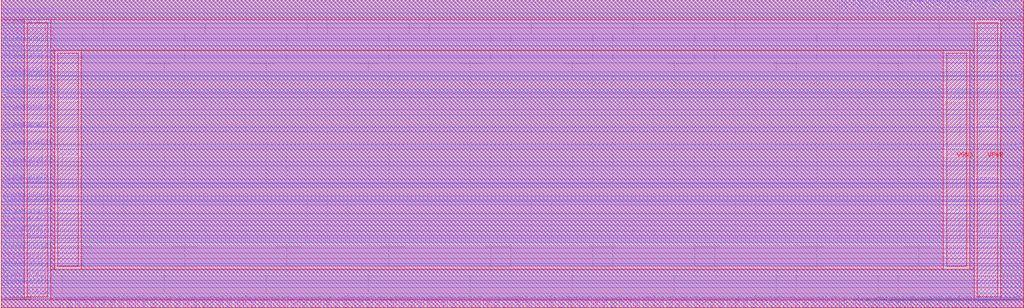
<source format=lef>
##
## LEF for PtnCells ;
## created by Innovus v15.20-p005_1 on Fri Jun 18 01:17:29 2021
##

VERSION 5.7 ;

BUSBITCHARS "[]" ;
DIVIDERCHAR "/" ;

MACRO N_term_RAM_IO
  CLASS BLOCK ;
  SIZE 100.2800 BY 30.2600 ;
  FOREIGN N_term_RAM_IO 0.0000 0.0000 ;
  ORIGIN 0 0 ;
  SYMMETRY X Y R90 ;
  PIN N1END[3]
    DIRECTION INPUT ;
    USE SIGNAL ;
    ANTENNAPARTIALMETALAREA 2.34855 LAYER li1  ;
    ANTENNAPARTIALMETALSIDEAREA 2.763 LAYER li1  ;
    ANTENNAPARTIALCUTAREA 0.0289 LAYER mcon  ;
    ANTENNAPARTIALMETALAREA 3.246 LAYER met1  ;
    ANTENNAPARTIALMETALSIDEAREA 16.1525 LAYER met1  ;
    ANTENNAPARTIALCUTAREA 0.0225 LAYER via  ;
    ANTENNAPARTIALMETALAREA 1.1031 LAYER met2  ;
    ANTENNAPARTIALMETALSIDEAREA 5.3445 LAYER met2  ;
    ANTENNAPARTIALCUTAREA 0.04 LAYER via2  ;
    ANTENNAPARTIALMETALAREA 3.688 LAYER met3  ;
    ANTENNAPARTIALMETALSIDEAREA 20.136 LAYER met3  ;
    ANTENNAPARTIALCUTAREA 0.04 LAYER via3  ;
    ANTENNAPARTIALMETALAREA 3.5166 LAYER met4  ;
    ANTENNAPARTIALMETALSIDEAREA 19.696 LAYER met4  ;
    ANTENNAMODEL OXIDE1 ;
    ANTENNAGATEAREA 0.159 LAYER met4  ;
    ANTENNAMAXAREACAR 46.1437 LAYER met4  ;
    ANTENNAMAXSIDEAREACAR 243.868 LAYER met4  ;
    ANTENNAMAXCUTCAR 0.826415 LAYER via4  ;
    PORT
      LAYER li1 ;
        RECT 7.8600 0.0000 8.2400 0.7200 ;
    END
  END N1END[3]
  PIN N1END[2]
    DIRECTION INPUT ;
    USE SIGNAL ;
    ANTENNAPARTIALMETALAREA 4.66055 LAYER li1  ;
    ANTENNAPARTIALMETALSIDEAREA 5.483 LAYER li1  ;
    ANTENNAPARTIALCUTAREA 0.0289 LAYER mcon  ;
    ANTENNAPARTIALMETALAREA 4.3884 LAYER met1  ;
    ANTENNAPARTIALMETALSIDEAREA 21.8645 LAYER met1  ;
    ANTENNAPARTIALCUTAREA 0.0225 LAYER via  ;
    ANTENNAPARTIALMETALAREA 2.09 LAYER met2  ;
    ANTENNAPARTIALMETALSIDEAREA 10.332 LAYER met2  ;
    ANTENNAMODEL OXIDE1 ;
    ANTENNAGATEAREA 0.159 LAYER met2  ;
    ANTENNAMAXAREACAR 44.5381 LAYER met2  ;
    ANTENNAMAXSIDEAREACAR 218.242 LAYER met2  ;
    ANTENNAMAXCUTCAR 0.32327 LAYER via2  ;
    PORT
      LAYER li1 ;
        RECT 6.9400 0.0000 7.3200 0.7200 ;
    END
  END N1END[2]
  PIN N1END[1]
    DIRECTION INPUT ;
    USE SIGNAL ;
    ANTENNAPARTIALMETALAREA 3.31415 LAYER li1  ;
    ANTENNAPARTIALMETALSIDEAREA 3.899 LAYER li1  ;
    ANTENNAPARTIALCUTAREA 0.0289 LAYER mcon  ;
    ANTENNAPARTIALMETALAREA 5.2732 LAYER met1  ;
    ANTENNAPARTIALMETALSIDEAREA 26.2885 LAYER met1  ;
    ANTENNAPARTIALCUTAREA 0.0225 LAYER via  ;
    ANTENNAPARTIALMETALAREA 0.5976 LAYER met2  ;
    ANTENNAPARTIALMETALSIDEAREA 2.87 LAYER met2  ;
    ANTENNAMODEL OXIDE1 ;
    ANTENNAGATEAREA 0.159 LAYER met2  ;
    ANTENNAMAXAREACAR 6.4739 LAYER met2  ;
    ANTENNAMAXSIDEAREACAR 27.9214 LAYER met2  ;
    ANTENNAMAXCUTCAR 0.32327 LAYER via2  ;
    PORT
      LAYER li1 ;
        RECT 6.0200 0.0000 6.4000 0.7200 ;
    END
  END N1END[1]
  PIN N1END[0]
    DIRECTION INPUT ;
    USE SIGNAL ;
    ANTENNAPARTIALMETALAREA 1.40675 LAYER li1  ;
    ANTENNAPARTIALMETALSIDEAREA 1.655 LAYER li1  ;
    ANTENNAPARTIALCUTAREA 0.0289 LAYER mcon  ;
    ANTENNAPARTIALMETALAREA 1.7644 LAYER met1  ;
    ANTENNAPARTIALMETALSIDEAREA 8.785 LAYER met1  ;
    ANTENNAMODEL OXIDE1 ;
    ANTENNAGATEAREA 0.159 LAYER met1  ;
    ANTENNAMAXAREACAR 11.923 LAYER met1  ;
    ANTENNAMAXSIDEAREACAR 56.1635 LAYER met1  ;
    ANTENNAMAXCUTCAR 0.181761 LAYER via  ;
    PORT
      LAYER li1 ;
        RECT 5.1000 0.0000 5.4800 0.7200 ;
    END
  END N1END[0]
  PIN N2MID[7]
    DIRECTION INPUT ;
    USE SIGNAL ;
    ANTENNAPARTIALMETALAREA 0.38335 LAYER li1  ;
    ANTENNAPARTIALMETALSIDEAREA 0.451 LAYER li1  ;
    ANTENNAPARTIALCUTAREA 0.0289 LAYER mcon  ;
    ANTENNAPARTIALMETALAREA 3.2628 LAYER met1  ;
    ANTENNAPARTIALMETALSIDEAREA 16.2365 LAYER met1  ;
    ANTENNAPARTIALCUTAREA 0.0225 LAYER via  ;
    ANTENNAPARTIALMETALAREA 3.0965 LAYER met2  ;
    ANTENNAPARTIALMETALSIDEAREA 15.1935 LAYER met2  ;
    ANTENNAPARTIALCUTAREA 0.04 LAYER via2  ;
    ANTENNAPARTIALMETALAREA 7.897 LAYER met3  ;
    ANTENNAPARTIALMETALSIDEAREA 42.584 LAYER met3  ;
    ANTENNAPARTIALCUTAREA 0.04 LAYER via3  ;
    ANTENNAPARTIALMETALAREA 2.3148 LAYER met4  ;
    ANTENNAPARTIALMETALSIDEAREA 12.816 LAYER met4  ;
    ANTENNAMODEL OXIDE1 ;
    ANTENNAGATEAREA 0.159 LAYER met4  ;
    ANTENNAMAXAREACAR 38.2418 LAYER met4  ;
    ANTENNAMAXSIDEAREACAR 202.931 LAYER met4  ;
    ANTENNAMAXCUTCAR 0.826415 LAYER via4  ;
    PORT
      LAYER li1 ;
        RECT 16.6000 0.0000 16.9800 0.7200 ;
    END
  END N2MID[7]
  PIN N2MID[6]
    DIRECTION INPUT ;
    USE SIGNAL ;
    ANTENNAPARTIALMETALAREA 0.96135 LAYER li1  ;
    ANTENNAPARTIALMETALSIDEAREA 1.131 LAYER li1  ;
    ANTENNAPARTIALCUTAREA 0.0289 LAYER mcon  ;
    ANTENNAPARTIALMETALAREA 0.1716 LAYER met1  ;
    ANTENNAPARTIALMETALSIDEAREA 0.7805 LAYER met1  ;
    ANTENNAPARTIALCUTAREA 0.0225 LAYER via  ;
    ANTENNAPARTIALMETALAREA 4.2276 LAYER met2  ;
    ANTENNAPARTIALMETALSIDEAREA 20.902 LAYER met2  ;
    ANTENNAMODEL OXIDE1 ;
    ANTENNAGATEAREA 0.159 LAYER met2  ;
    ANTENNAMAXAREACAR 39.6236 LAYER met2  ;
    ANTENNAMAXSIDEAREACAR 192.928 LAYER met2  ;
    ANTENNAMAXCUTCAR 0.32327 LAYER via2  ;
    PORT
      LAYER li1 ;
        RECT 15.2200 0.0000 15.6000 0.7200 ;
    END
  END N2MID[6]
  PIN N2MID[5]
    DIRECTION INPUT ;
    USE SIGNAL ;
    ANTENNAPARTIALMETALAREA 0.09435 LAYER li1  ;
    ANTENNAPARTIALMETALSIDEAREA 0.111 LAYER li1  ;
    ANTENNAPARTIALCUTAREA 0.0289 LAYER mcon  ;
    ANTENNAPARTIALMETALAREA 0.88 LAYER met1  ;
    ANTENNAPARTIALMETALSIDEAREA 4.3225 LAYER met1  ;
    ANTENNAPARTIALCUTAREA 0.0225 LAYER via  ;
    ANTENNAPARTIALMETALAREA 1.5664 LAYER met2  ;
    ANTENNAPARTIALMETALSIDEAREA 7.714 LAYER met2  ;
    ANTENNAMODEL OXIDE1 ;
    ANTENNAGATEAREA 0.159 LAYER met2  ;
    ANTENNAMAXAREACAR 11.2009 LAYER met2  ;
    ANTENNAMAXSIDEAREACAR 51.9811 LAYER met2  ;
    ANTENNAMAXCUTCAR 0.32327 LAYER via2  ;
    PORT
      LAYER li1 ;
        RECT 14.3000 0.0000 14.6800 0.7200 ;
    END
  END N2MID[5]
  PIN N2MID[4]
    DIRECTION INPUT ;
    USE SIGNAL ;
    ANTENNAPARTIALCUTAREA 0.0289 LAYER mcon  ;
    ANTENNAPARTIALMETALAREA 4.4836 LAYER met1  ;
    ANTENNAPARTIALMETALSIDEAREA 22.3405 LAYER met1  ;
    ANTENNAPARTIALCUTAREA 0.0225 LAYER via  ;
    ANTENNAPARTIALMETALAREA 1.138 LAYER met2  ;
    ANTENNAPARTIALMETALSIDEAREA 5.572 LAYER met2  ;
    ANTENNAMODEL OXIDE1 ;
    ANTENNAGATEAREA 0.159 LAYER met2  ;
    ANTENNAMAXAREACAR 10.0248 LAYER met2  ;
    ANTENNAMAXSIDEAREACAR 40.2956 LAYER met2  ;
    ANTENNAMAXCUTCAR 0.32327 LAYER via2  ;
    PORT
      LAYER li1 ;
        RECT 13.3800 0.0000 13.7600 0.7200 ;
    END
  END N2MID[4]
  PIN N2MID[3]
    DIRECTION INPUT ;
    USE SIGNAL ;
    ANTENNAPARTIALMETALAREA 1.05995 LAYER li1  ;
    ANTENNAPARTIALMETALSIDEAREA 1.247 LAYER li1  ;
    ANTENNAPARTIALCUTAREA 0.0289 LAYER mcon  ;
    ANTENNAPARTIALMETALAREA 0.1716 LAYER met1  ;
    ANTENNAPARTIALMETALSIDEAREA 0.7805 LAYER met1  ;
    ANTENNAPARTIALCUTAREA 0.0225 LAYER via  ;
    ANTENNAPARTIALMETALAREA 0.5851 LAYER met2  ;
    ANTENNAPARTIALMETALSIDEAREA 2.7545 LAYER met2  ;
    ANTENNAPARTIALCUTAREA 0.04 LAYER via2  ;
    ANTENNAPARTIALMETALAREA 3.229 LAYER met3  ;
    ANTENNAPARTIALMETALSIDEAREA 17.688 LAYER met3  ;
    ANTENNAPARTIALCUTAREA 0.04 LAYER via3  ;
    ANTENNAPARTIALMETALAREA 6.5232 LAYER met4  ;
    ANTENNAPARTIALMETALSIDEAREA 36.672 LAYER met4  ;
    ANTENNAMODEL OXIDE1 ;
    ANTENNAGATEAREA 0.159 LAYER met4  ;
    ANTENNAMAXAREACAR 61.9462 LAYER met4  ;
    ANTENNAMAXSIDEAREACAR 339.72 LAYER met4  ;
    ANTENNAMAXCUTCAR 0.826415 LAYER via4  ;
    PORT
      LAYER li1 ;
        RECT 12.0000 0.0000 12.3800 0.7200 ;
    END
  END N2MID[3]
  PIN N2MID[2]
    DIRECTION INPUT ;
    USE SIGNAL ;
    ANTENNAPARTIALMETALAREA 0.61455 LAYER li1  ;
    ANTENNAPARTIALMETALSIDEAREA 0.723 LAYER li1  ;
    ANTENNAPARTIALCUTAREA 0.0289 LAYER mcon  ;
    ANTENNAPARTIALMETALAREA 3.3916 LAYER met1  ;
    ANTENNAPARTIALMETALSIDEAREA 16.8805 LAYER met1  ;
    ANTENNAPARTIALCUTAREA 0.0225 LAYER via  ;
    ANTENNAPARTIALMETALAREA 0.4815 LAYER met2  ;
    ANTENNAPARTIALMETALSIDEAREA 2.2365 LAYER met2  ;
    ANTENNAPARTIALCUTAREA 0.04 LAYER via2  ;
    ANTENNAPARTIALMETALAREA 3.964 LAYER met3  ;
    ANTENNAPARTIALMETALSIDEAREA 21.608 LAYER met3  ;
    ANTENNAPARTIALCUTAREA 0.04 LAYER via3  ;
    ANTENNAPARTIALMETALAREA 2.2986 LAYER met4  ;
    ANTENNAPARTIALMETALSIDEAREA 13.2 LAYER met4  ;
    ANTENNAMODEL OXIDE1 ;
    ANTENNAGATEAREA 0.159 LAYER met4  ;
    ANTENNAMAXAREACAR 21.055 LAYER met4  ;
    ANTENNAMAXSIDEAREACAR 114.447 LAYER met4  ;
    ANTENNAMAXCUTCAR 0.826415 LAYER via4  ;
    PORT
      LAYER li1 ;
        RECT 11.0800 0.0000 11.4600 0.7200 ;
    END
  END N2MID[2]
  PIN N2MID[1]
    DIRECTION INPUT ;
    USE SIGNAL ;
    ANTENNAPARTIALMETALAREA 1.46455 LAYER li1  ;
    ANTENNAPARTIALMETALSIDEAREA 1.723 LAYER li1  ;
    ANTENNAPARTIALCUTAREA 0.0289 LAYER mcon  ;
    ANTENNAPARTIALMETALAREA 0.7242 LAYER met1  ;
    ANTENNAPARTIALMETALSIDEAREA 3.584 LAYER met1  ;
    ANTENNAMODEL OXIDE1 ;
    ANTENNAGATEAREA 0.159 LAYER met1  ;
    ANTENNAMAXAREACAR 5.38082 LAYER met1  ;
    ANTENNAMAXSIDEAREACAR 23.4528 LAYER met1  ;
    ANTENNAMAXCUTCAR 0.181761 LAYER via  ;
    PORT
      LAYER li1 ;
        RECT 10.1600 0.0000 10.5400 0.7200 ;
    END
  END N2MID[1]
  PIN N2MID[0]
    DIRECTION INPUT ;
    USE SIGNAL ;
    ANTENNAPARTIALMETALAREA 1.79095 LAYER li1  ;
    ANTENNAPARTIALMETALSIDEAREA 2.107 LAYER li1  ;
    ANTENNAPARTIALCUTAREA 0.0289 LAYER mcon  ;
    ANTENNAPARTIALMETALAREA 2.764 LAYER met1  ;
    ANTENNAPARTIALMETALSIDEAREA 13.783 LAYER met1  ;
    ANTENNAMODEL OXIDE1 ;
    ANTENNAGATEAREA 0.159 LAYER met1  ;
    ANTENNAMAXAREACAR 18.2097 LAYER met1  ;
    ANTENNAMAXSIDEAREACAR 87.5975 LAYER met1  ;
    ANTENNAMAXCUTCAR 0.181761 LAYER via  ;
    PORT
      LAYER li1 ;
        RECT 9.2400 0.0000 9.6200 0.7200 ;
    END
  END N2MID[0]
  PIN N2END[7]
    DIRECTION INPUT ;
    USE SIGNAL ;
    ANTENNAPARTIALMETALAREA 0.96135 LAYER li1  ;
    ANTENNAPARTIALMETALSIDEAREA 1.131 LAYER li1  ;
    ANTENNAPARTIALCUTAREA 0.0289 LAYER mcon  ;
    ANTENNAPARTIALMETALAREA 0.9444 LAYER met1  ;
    ANTENNAPARTIALMETALSIDEAREA 4.6445 LAYER met1  ;
    ANTENNAPARTIALCUTAREA 0.0225 LAYER via  ;
    ANTENNAPARTIALMETALAREA 3.7684 LAYER met2  ;
    ANTENNAPARTIALMETALSIDEAREA 18.606 LAYER met2  ;
    ANTENNAMODEL OXIDE1 ;
    ANTENNAGATEAREA 0.159 LAYER met2  ;
    ANTENNAMAXAREACAR 25.606 LAYER met2  ;
    ANTENNAMAXSIDEAREACAR 122.84 LAYER met2  ;
    ANTENNAMAXCUTCAR 0.32327 LAYER via2  ;
    PORT
      LAYER li1 ;
        RECT 24.8800 0.0000 25.2600 0.7200 ;
    END
  END N2END[7]
  PIN N2END[6]
    DIRECTION INPUT ;
    USE SIGNAL ;
    ANTENNAPARTIALMETALAREA 0.40375 LAYER li1  ;
    ANTENNAPARTIALMETALSIDEAREA 0.475 LAYER li1  ;
    ANTENNAPARTIALCUTAREA 0.0289 LAYER mcon  ;
    ANTENNAPARTIALMETALAREA 8.8656 LAYER met1  ;
    ANTENNAPARTIALMETALSIDEAREA 44.2505 LAYER met1  ;
    ANTENNAPARTIALCUTAREA 0.0225 LAYER via  ;
    ANTENNAPARTIALMETALAREA 1.1072 LAYER met2  ;
    ANTENNAPARTIALMETALSIDEAREA 5.418 LAYER met2  ;
    ANTENNAMODEL OXIDE1 ;
    ANTENNAGATEAREA 0.159 LAYER met2  ;
    ANTENNAMAXAREACAR 9.2739 LAYER met2  ;
    ANTENNAMAXSIDEAREACAR 41.9214 LAYER met2  ;
    ANTENNAMAXCUTCAR 0.32327 LAYER via2  ;
    PORT
      LAYER li1 ;
        RECT 23.9600 0.0000 24.3400 0.7200 ;
    END
  END N2END[6]
  PIN N2END[5]
    DIRECTION INPUT ;
    USE SIGNAL ;
    ANTENNAPARTIALCUTAREA 0.0289 LAYER mcon  ;
    ANTENNAPARTIALMETALAREA 1.0088 LAYER met1  ;
    ANTENNAPARTIALMETALSIDEAREA 4.9665 LAYER met1  ;
    ANTENNAPARTIALCUTAREA 0.0225 LAYER via  ;
    ANTENNAPARTIALMETALAREA 6.9128 LAYER met2  ;
    ANTENNAPARTIALMETALSIDEAREA 34.328 LAYER met2  ;
    ANTENNAMODEL OXIDE1 ;
    ANTENNAGATEAREA 0.159 LAYER met2  ;
    ANTENNAMAXAREACAR 45.7871 LAYER met2  ;
    ANTENNAMAXSIDEAREACAR 223.745 LAYER met2  ;
    ANTENNAMAXCUTCAR 0.32327 LAYER via2  ;
    PORT
      LAYER li1 ;
        RECT 22.5800 0.0000 22.9600 0.7200 ;
    END
  END N2END[5]
  PIN N2END[4]
    DIRECTION INPUT ;
    USE SIGNAL ;
    ANTENNAPARTIALMETALAREA 0.96135 LAYER li1  ;
    ANTENNAPARTIALMETALSIDEAREA 1.131 LAYER li1  ;
    ANTENNAPARTIALCUTAREA 0.0289 LAYER mcon  ;
    ANTENNAPARTIALMETALAREA 0.3004 LAYER met1  ;
    ANTENNAPARTIALMETALSIDEAREA 1.4245 LAYER met1  ;
    ANTENNAPARTIALCUTAREA 0.0225 LAYER via  ;
    ANTENNAPARTIALMETALAREA 0.6229 LAYER met2  ;
    ANTENNAPARTIALMETALSIDEAREA 2.9435 LAYER met2  ;
    ANTENNAPARTIALCUTAREA 0.04 LAYER via2  ;
    ANTENNAPARTIALMETALAREA 7.828 LAYER met3  ;
    ANTENNAPARTIALMETALSIDEAREA 42.216 LAYER met3  ;
    ANTENNAPARTIALCUTAREA 0.04 LAYER via3  ;
    ANTENNAPARTIALMETALAREA 1.8216 LAYER met4  ;
    ANTENNAPARTIALMETALSIDEAREA 10.656 LAYER met4  ;
    ANTENNAMODEL OXIDE1 ;
    ANTENNAGATEAREA 0.159 LAYER met4  ;
    ANTENNAMAXAREACAR 47.3777 LAYER met4  ;
    ANTENNAMAXSIDEAREACAR 256.082 LAYER met4  ;
    ANTENNAMAXCUTCAR 0.826415 LAYER via4  ;
    PORT
      LAYER li1 ;
        RECT 21.6600 0.0000 22.0400 0.7200 ;
    END
  END N2END[4]
  PIN N2END[3]
    DIRECTION INPUT ;
    USE SIGNAL ;
    ANTENNAPARTIALMETALAREA 0.09435 LAYER li1  ;
    ANTENNAPARTIALMETALSIDEAREA 0.111 LAYER li1  ;
    ANTENNAPARTIALCUTAREA 0.0289 LAYER mcon  ;
    ANTENNAPARTIALMETALAREA 1.1852 LAYER met1  ;
    ANTENNAPARTIALMETALSIDEAREA 5.8485 LAYER met1  ;
    ANTENNAPARTIALCUTAREA 0.0225 LAYER via  ;
    ANTENNAPARTIALMETALAREA 3.3442 LAYER met2  ;
    ANTENNAPARTIALMETALSIDEAREA 16.485 LAYER met2  ;
    ANTENNAMODEL OXIDE1 ;
    ANTENNAGATEAREA 0.159 LAYER met2  ;
    ANTENNAMAXAREACAR 23.7481 LAYER met2  ;
    ANTENNAMAXSIDEAREACAR 113.55 LAYER met2  ;
    ANTENNAMAXCUTCAR 0.32327 LAYER via2  ;
    PORT
      LAYER li1 ;
        RECT 20.7400 0.0000 21.1200 0.7200 ;
    END
  END N2END[3]
  PIN N2END[2]
    DIRECTION INPUT ;
    USE SIGNAL ;
    ANTENNAPARTIALMETALAREA 0.73015 LAYER li1  ;
    ANTENNAPARTIALMETALSIDEAREA 0.859 LAYER li1  ;
    ANTENNAPARTIALCUTAREA 0.0289 LAYER mcon  ;
    ANTENNAPARTIALMETALAREA 1.0732 LAYER met1  ;
    ANTENNAPARTIALMETALSIDEAREA 5.2885 LAYER met1  ;
    ANTENNAPARTIALCUTAREA 0.0225 LAYER via  ;
    ANTENNAPARTIALMETALAREA 0.9784 LAYER met2  ;
    ANTENNAPARTIALMETALSIDEAREA 4.774 LAYER met2  ;
    ANTENNAMODEL OXIDE1 ;
    ANTENNAGATEAREA 0.159 LAYER met2  ;
    ANTENNAMAXAREACAR 7.50283 LAYER met2  ;
    ANTENNAMAXSIDEAREACAR 33.4906 LAYER met2  ;
    ANTENNAMAXCUTCAR 0.32327 LAYER via2  ;
    PORT
      LAYER li1 ;
        RECT 19.3600 0.0000 19.7400 0.7200 ;
    END
  END N2END[2]
  PIN N2END[1]
    DIRECTION INPUT ;
    USE SIGNAL ;
    ANTENNAPARTIALMETALAREA 0.96135 LAYER li1  ;
    ANTENNAPARTIALMETALSIDEAREA 1.131 LAYER li1  ;
    ANTENNAPARTIALCUTAREA 0.0289 LAYER mcon  ;
    ANTENNAPARTIALMETALAREA 0.4292 LAYER met1  ;
    ANTENNAPARTIALMETALSIDEAREA 2.0685 LAYER met1  ;
    ANTENNAPARTIALCUTAREA 0.0225 LAYER via  ;
    ANTENNAPARTIALMETALAREA 0.4548 LAYER met2  ;
    ANTENNAPARTIALMETALSIDEAREA 2.156 LAYER met2  ;
    ANTENNAMODEL OXIDE1 ;
    ANTENNAGATEAREA 0.159 LAYER met2  ;
    ANTENNAMAXAREACAR 4.20975 LAYER met2  ;
    ANTENNAMAXSIDEAREACAR 17.0252 LAYER met2  ;
    ANTENNAMAXCUTCAR 0.32327 LAYER via2  ;
    PORT
      LAYER li1 ;
        RECT 18.4400 0.0000 18.8200 0.7200 ;
    END
  END N2END[1]
  PIN N2END[0]
    DIRECTION INPUT ;
    USE SIGNAL ;
    ANTENNAPARTIALMETALAREA 0.20995 LAYER li1  ;
    ANTENNAPARTIALMETALSIDEAREA 0.247 LAYER li1  ;
    ANTENNAPARTIALCUTAREA 0.0289 LAYER mcon  ;
    ANTENNAPARTIALMETALAREA 9.5404 LAYER met1  ;
    ANTENNAPARTIALMETALSIDEAREA 47.6245 LAYER met1  ;
    ANTENNAPARTIALCUTAREA 0.0225 LAYER via  ;
    ANTENNAPARTIALMETALAREA 1.5356 LAYER met2  ;
    ANTENNAPARTIALMETALSIDEAREA 7.56 LAYER met2  ;
    ANTENNAMODEL OXIDE1 ;
    ANTENNAGATEAREA 0.159 LAYER met2  ;
    ANTENNAMAXAREACAR 11.0072 LAYER met2  ;
    ANTENNAMAXSIDEAREACAR 51.0126 LAYER met2  ;
    ANTENNAMAXCUTCAR 0.32327 LAYER via2  ;
    PORT
      LAYER li1 ;
        RECT 17.5200 0.0000 17.9000 0.7200 ;
    END
  END N2END[0]
  PIN N4END[15]
    DIRECTION INPUT ;
    USE SIGNAL ;
    ANTENNAPARTIALMETALAREA 0.26775 LAYER li1  ;
    ANTENNAPARTIALMETALSIDEAREA 0.315 LAYER li1  ;
    ANTENNAPARTIALCUTAREA 0.0289 LAYER mcon  ;
    ANTENNAPARTIALMETALAREA 3.568 LAYER met1  ;
    ANTENNAPARTIALMETALSIDEAREA 17.7625 LAYER met1  ;
    ANTENNAPARTIALCUTAREA 0.0225 LAYER via  ;
    ANTENNAPARTIALMETALAREA 1.4404 LAYER met2  ;
    ANTENNAPARTIALMETALSIDEAREA 7.084 LAYER met2  ;
    ANTENNAMODEL OXIDE1 ;
    ANTENNAGATEAREA 0.159 LAYER met2  ;
    ANTENNAMAXAREACAR 12.5846 LAYER met2  ;
    ANTENNAMAXSIDEAREACAR 58.4748 LAYER met2  ;
    ANTENNAMAXCUTCAR 0.32327 LAYER via2  ;
    PORT
      LAYER li1 ;
        RECT 41.4400 0.0000 41.8200 0.7200 ;
    END
  END N4END[15]
  PIN N4END[14]
    DIRECTION INPUT ;
    USE SIGNAL ;
    ANTENNAPARTIALMETALAREA 0.75055 LAYER li1  ;
    ANTENNAPARTIALMETALSIDEAREA 0.883 LAYER li1  ;
    ANTENNAPARTIALCUTAREA 0.0289 LAYER mcon  ;
    ANTENNAPARTIALMETALAREA 2.168 LAYER met1  ;
    ANTENNAPARTIALMETALSIDEAREA 10.7625 LAYER met1  ;
    ANTENNAPARTIALCUTAREA 0.0225 LAYER via  ;
    ANTENNAPARTIALMETALAREA 1.1548 LAYER met2  ;
    ANTENNAPARTIALMETALSIDEAREA 5.656 LAYER met2  ;
    ANTENNAMODEL OXIDE1 ;
    ANTENNAGATEAREA 0.159 LAYER met2  ;
    ANTENNAMAXAREACAR 8.61226 LAYER met2  ;
    ANTENNAMAXSIDEAREACAR 39.0377 LAYER met2  ;
    ANTENNAMAXCUTCAR 0.32327 LAYER via2  ;
    PORT
      LAYER li1 ;
        RECT 40.5200 0.0000 40.9000 0.7200 ;
    END
  END N4END[14]
  PIN N4END[13]
    DIRECTION INPUT ;
    USE SIGNAL ;
    ANTENNAPARTIALMETALAREA 0.38335 LAYER li1  ;
    ANTENNAPARTIALMETALSIDEAREA 0.451 LAYER li1  ;
    ANTENNAPARTIALCUTAREA 0.0289 LAYER mcon  ;
    ANTENNAPARTIALMETALAREA 1.2664 LAYER met1  ;
    ANTENNAPARTIALMETALSIDEAREA 6.2545 LAYER met1  ;
    ANTENNAPARTIALCUTAREA 0.0225 LAYER via  ;
    ANTENNAPARTIALMETALAREA 0.9281 LAYER met2  ;
    ANTENNAPARTIALMETALSIDEAREA 4.4695 LAYER met2  ;
    ANTENNAPARTIALCUTAREA 0.04 LAYER via2  ;
    ANTENNAPARTIALMETALAREA 5.782 LAYER met3  ;
    ANTENNAPARTIALMETALSIDEAREA 31.304 LAYER met3  ;
    ANTENNAPARTIALCUTAREA 0.04 LAYER via3  ;
    ANTENNAPARTIALMETALAREA 2.0208 LAYER met4  ;
    ANTENNAPARTIALMETALSIDEAREA 11.248 LAYER met4  ;
    ANTENNAMODEL OXIDE1 ;
    ANTENNAGATEAREA 0.159 LAYER met4  ;
    ANTENNAMAXAREACAR 48.8645 LAYER met4  ;
    ANTENNAMAXSIDEAREACAR 261.204 LAYER met4  ;
    ANTENNAMAXCUTCAR 0.826415 LAYER via4  ;
    PORT
      LAYER li1 ;
        RECT 39.6000 0.0000 39.9800 0.7200 ;
    END
  END N4END[13]
  PIN N4END[12]
    DIRECTION INPUT ;
    USE SIGNAL ;
    ANTENNAPARTIALMETALAREA 1.01915 LAYER li1  ;
    ANTENNAPARTIALMETALSIDEAREA 1.199 LAYER li1  ;
    ANTENNAPARTIALCUTAREA 0.0289 LAYER mcon  ;
    ANTENNAPARTIALMETALAREA 0.4936 LAYER met1  ;
    ANTENNAPARTIALMETALSIDEAREA 2.3905 LAYER met1  ;
    ANTENNAPARTIALCUTAREA 0.0225 LAYER via  ;
    ANTENNAPARTIALMETALAREA 0.7404 LAYER met2  ;
    ANTENNAPARTIALMETALSIDEAREA 3.584 LAYER met2  ;
    ANTENNAMODEL OXIDE1 ;
    ANTENNAGATEAREA 0.159 LAYER met2  ;
    ANTENNAMAXAREACAR 7.37201 LAYER met2  ;
    ANTENNAMAXSIDEAREACAR 32.4119 LAYER met2  ;
    ANTENNAMAXCUTCAR 0.32327 LAYER via2  ;
    PORT
      LAYER li1 ;
        RECT 38.6800 0.0000 39.0600 0.7200 ;
    END
  END N4END[12]
  PIN N4END[11]
    DIRECTION INPUT ;
    USE SIGNAL ;
    ANTENNAPARTIALCUTAREA 0.0289 LAYER mcon  ;
    ANTENNAPARTIALMETALAREA 4.0832 LAYER met1  ;
    ANTENNAPARTIALMETALSIDEAREA 20.3385 LAYER met1  ;
    ANTENNAPARTIALCUTAREA 0.0225 LAYER via  ;
    ANTENNAPARTIALMETALAREA 2.09 LAYER met2  ;
    ANTENNAPARTIALMETALSIDEAREA 10.332 LAYER met2  ;
    ANTENNAMODEL OXIDE1 ;
    ANTENNAGATEAREA 0.159 LAYER met2  ;
    ANTENNAMAXAREACAR 14.494 LAYER met2  ;
    ANTENNAMAXSIDEAREACAR 68.4465 LAYER met2  ;
    ANTENNAMAXCUTCAR 0.32327 LAYER via2  ;
    PORT
      LAYER li1 ;
        RECT 37.3000 0.0000 37.6800 0.7200 ;
    END
  END N4END[11]
  PIN N4END[10]
    DIRECTION INPUT ;
    USE SIGNAL ;
    ANTENNAPARTIALMETALAREA 0.61455 LAYER li1  ;
    ANTENNAPARTIALMETALSIDEAREA 0.723 LAYER li1  ;
    ANTENNAPARTIALCUTAREA 0.0289 LAYER mcon  ;
    ANTENNAPARTIALMETALAREA 4.1 LAYER met1  ;
    ANTENNAPARTIALMETALSIDEAREA 20.4225 LAYER met1  ;
    ANTENNAPARTIALCUTAREA 0.0225 LAYER via  ;
    ANTENNAPARTIALMETALAREA 1.0736 LAYER met2  ;
    ANTENNAPARTIALMETALSIDEAREA 5.25 LAYER met2  ;
    ANTENNAMODEL OXIDE1 ;
    ANTENNAGATEAREA 0.159 LAYER met2  ;
    ANTENNAMAXAREACAR 8.10157 LAYER met2  ;
    ANTENNAMAXSIDEAREACAR 36.4843 LAYER met2  ;
    ANTENNAMAXCUTCAR 0.32327 LAYER via2  ;
    PORT
      LAYER li1 ;
        RECT 36.3800 0.0000 36.7600 0.7200 ;
    END
  END N4END[10]
  PIN N4END[9]
    DIRECTION INPUT ;
    USE SIGNAL ;
    ANTENNAPARTIALMETALAREA 0.96135 LAYER li1  ;
    ANTENNAPARTIALMETALSIDEAREA 1.131 LAYER li1  ;
    ANTENNAPARTIALCUTAREA 0.0289 LAYER mcon  ;
    ANTENNAPARTIALMETALAREA 0.1716 LAYER met1  ;
    ANTENNAPARTIALMETALSIDEAREA 0.7805 LAYER met1  ;
    ANTENNAPARTIALCUTAREA 0.0225 LAYER via  ;
    ANTENNAPARTIALMETALAREA 0.788 LAYER met2  ;
    ANTENNAPARTIALMETALSIDEAREA 3.822 LAYER met2  ;
    ANTENNAMODEL OXIDE1 ;
    ANTENNAGATEAREA 0.159 LAYER met2  ;
    ANTENNAMAXAREACAR 8.07642 LAYER met2  ;
    ANTENNAMAXSIDEAREACAR 35.934 LAYER met2  ;
    ANTENNAMAXCUTCAR 0.32327 LAYER via2  ;
    PORT
      LAYER li1 ;
        RECT 35.4600 0.0000 35.8400 0.7200 ;
    END
  END N4END[9]
  PIN N4END[8]
    DIRECTION INPUT ;
    USE SIGNAL ;
    ANTENNAPARTIALMETALAREA 0.96135 LAYER li1  ;
    ANTENNAPARTIALMETALSIDEAREA 1.131 LAYER li1  ;
    ANTENNAPARTIALCUTAREA 0.0289 LAYER mcon  ;
    ANTENNAPARTIALMETALAREA 0.1716 LAYER met1  ;
    ANTENNAPARTIALMETALSIDEAREA 0.7805 LAYER met1  ;
    ANTENNAPARTIALCUTAREA 0.0225 LAYER via  ;
    ANTENNAPARTIALMETALAREA 0.5024 LAYER met2  ;
    ANTENNAPARTIALMETALSIDEAREA 2.394 LAYER met2  ;
    ANTENNAMODEL OXIDE1 ;
    ANTENNAGATEAREA 0.159 LAYER met2  ;
    ANTENNAMAXAREACAR 5.39088 LAYER met2  ;
    ANTENNAMAXSIDEAREACAR 22.5063 LAYER met2  ;
    ANTENNAMAXCUTCAR 0.32327 LAYER via2  ;
    PORT
      LAYER li1 ;
        RECT 34.0800 0.0000 34.4600 0.7200 ;
    END
  END N4END[8]
  PIN N4END[7]
    DIRECTION INPUT ;
    USE SIGNAL ;
    ANTENNAPARTIALMETALAREA 0.15215 LAYER li1  ;
    ANTENNAPARTIALMETALSIDEAREA 0.179 LAYER li1  ;
    ANTENNAPARTIALCUTAREA 0.0289 LAYER mcon  ;
    ANTENNAPARTIALMETALAREA 1.0088 LAYER met1  ;
    ANTENNAPARTIALMETALSIDEAREA 4.9665 LAYER met1  ;
    ANTENNAPARTIALCUTAREA 0.0225 LAYER via  ;
    ANTENNAPARTIALMETALAREA 1.2976 LAYER met2  ;
    ANTENNAPARTIALMETALSIDEAREA 6.37 LAYER met2  ;
    ANTENNAMODEL OXIDE1 ;
    ANTENNAGATEAREA 0.159 LAYER met2  ;
    ANTENNAMAXAREACAR 21.9267 LAYER met2  ;
    ANTENNAMAXSIDEAREACAR 105.186 LAYER met2  ;
    ANTENNAMAXCUTCAR 0.32327 LAYER via2  ;
    PORT
      LAYER li1 ;
        RECT 33.1600 0.0000 33.5400 0.7200 ;
    END
  END N4END[7]
  PIN N4END[6]
    DIRECTION INPUT ;
    USE SIGNAL ;
    ANTENNAPARTIALMETALAREA 0.55675 LAYER li1  ;
    ANTENNAPARTIALMETALSIDEAREA 0.655 LAYER li1  ;
    ANTENNAPARTIALCUTAREA 0.0289 LAYER mcon  ;
    ANTENNAPARTIALMETALAREA 1.7172 LAYER met1  ;
    ANTENNAPARTIALMETALSIDEAREA 8.5085 LAYER met1  ;
    ANTENNAPARTIALCUTAREA 0.0225 LAYER via  ;
    ANTENNAPARTIALMETALAREA 1.1212 LAYER met2  ;
    ANTENNAPARTIALMETALSIDEAREA 5.488 LAYER met2  ;
    ANTENNAMODEL OXIDE1 ;
    ANTENNAGATEAREA 0.159 LAYER met2  ;
    ANTENNAMAXAREACAR 9.36195 LAYER met2  ;
    ANTENNAMAXSIDEAREACAR 42.3616 LAYER met2  ;
    ANTENNAMAXCUTCAR 0.32327 LAYER via2  ;
    PORT
      LAYER li1 ;
        RECT 32.2400 0.0000 32.6200 0.7200 ;
    END
  END N4END[6]
  PIN N4END[5]
    DIRECTION INPUT ;
    USE SIGNAL ;
    ANTENNAPARTIALMETALAREA 0.09435 LAYER li1  ;
    ANTENNAPARTIALMETALSIDEAREA 0.111 LAYER li1  ;
    ANTENNAPARTIALCUTAREA 0.0289 LAYER mcon  ;
    ANTENNAPARTIALMETALAREA 0.8156 LAYER met1  ;
    ANTENNAPARTIALMETALSIDEAREA 4.0005 LAYER met1  ;
    ANTENNAPARTIALCUTAREA 0.0225 LAYER via  ;
    ANTENNAPARTIALMETALAREA 1.9092 LAYER met2  ;
    ANTENNAPARTIALMETALSIDEAREA 9.31 LAYER met2  ;
    ANTENNAMODEL OXIDE1 ;
    ANTENNAGATEAREA 0.159 LAYER met2  ;
    ANTENNAMAXAREACAR 15.9381 LAYER met2  ;
    ANTENNAMAXSIDEAREACAR 74.5 LAYER met2  ;
    ANTENNAMAXCUTCAR 0.32327 LAYER via2  ;
    PORT
      LAYER li1 ;
        RECT 31.3200 0.0000 31.7000 0.7200 ;
    END
  END N4END[5]
  PIN N4END[4]
    DIRECTION INPUT ;
    USE SIGNAL ;
    ANTENNAPARTIALCUTAREA 0.0289 LAYER mcon  ;
    ANTENNAPARTIALMETALAREA 1.0732 LAYER met1  ;
    ANTENNAPARTIALMETALSIDEAREA 5.2885 LAYER met1  ;
    ANTENNAPARTIALCUTAREA 0.0225 LAYER via  ;
    ANTENNAPARTIALMETALAREA 1.4264 LAYER met2  ;
    ANTENNAPARTIALMETALSIDEAREA 7.014 LAYER met2  ;
    ANTENNAMODEL OXIDE1 ;
    ANTENNAGATEAREA 0.159 LAYER met2  ;
    ANTENNAMAXAREACAR 46.4877 LAYER met2  ;
    ANTENNAMAXSIDEAREACAR 214.173 LAYER met2  ;
    ANTENNAMAXCUTCAR 0.32327 LAYER via2  ;
    PORT
      LAYER li1 ;
        RECT 29.9400 0.0000 30.3200 0.7200 ;
    END
  END N4END[4]
  PIN N4END[3]
    DIRECTION INPUT ;
    USE SIGNAL ;
    ANTENNAPARTIALMETALAREA 0.09435 LAYER li1  ;
    ANTENNAPARTIALMETALSIDEAREA 0.111 LAYER li1  ;
    ANTENNAPARTIALCUTAREA 0.0289 LAYER mcon  ;
    ANTENNAPARTIALMETALAREA 0.236 LAYER met1  ;
    ANTENNAPARTIALMETALSIDEAREA 1.1025 LAYER met1  ;
    ANTENNAPARTIALCUTAREA 0.0225 LAYER via  ;
    ANTENNAPARTIALMETALAREA 1.3452 LAYER met2  ;
    ANTENNAPARTIALMETALSIDEAREA 6.608 LAYER met2  ;
    ANTENNAMODEL OXIDE1 ;
    ANTENNAGATEAREA 0.159 LAYER met2  ;
    ANTENNAMAXAREACAR 11.5619 LAYER met2  ;
    ANTENNAMAXSIDEAREACAR 50.3365 LAYER met2  ;
    ANTENNAMAXCUTCAR 0.32327 LAYER via2  ;
    PORT
      LAYER li1 ;
        RECT 29.0200 0.0000 29.4000 0.7200 ;
    END
  END N4END[3]
  PIN N4END[2]
    DIRECTION INPUT ;
    USE SIGNAL ;
    ANTENNAPARTIALMETALAREA 0.90355 LAYER li1  ;
    ANTENNAPARTIALMETALSIDEAREA 1.063 LAYER li1  ;
    ANTENNAPARTIALCUTAREA 0.0289 LAYER mcon  ;
    ANTENNAPARTIALMETALAREA 1.3308 LAYER met1  ;
    ANTENNAPARTIALMETALSIDEAREA 6.5765 LAYER met1  ;
    ANTENNAPARTIALCUTAREA 0.0225 LAYER via  ;
    ANTENNAPARTIALMETALAREA 0.5024 LAYER met2  ;
    ANTENNAPARTIALMETALSIDEAREA 2.394 LAYER met2  ;
    ANTENNAMODEL OXIDE1 ;
    ANTENNAGATEAREA 0.159 LAYER met2  ;
    ANTENNAMAXAREACAR 6.28019 LAYER met2  ;
    ANTENNAMAXSIDEAREACAR 26.9528 LAYER met2  ;
    ANTENNAMAXCUTCAR 0.32327 LAYER via2  ;
    PORT
      LAYER li1 ;
        RECT 28.1000 0.0000 28.4800 0.7200 ;
    END
  END N4END[2]
  PIN N4END[1]
    DIRECTION INPUT ;
    USE SIGNAL ;
    ANTENNAPARTIALMETALAREA 0.55675 LAYER li1  ;
    ANTENNAPARTIALMETALSIDEAREA 0.655 LAYER li1  ;
    ANTENNAPARTIALCUTAREA 0.0289 LAYER mcon  ;
    ANTENNAPARTIALMETALAREA 0.1716 LAYER met1  ;
    ANTENNAPARTIALMETALSIDEAREA 0.7805 LAYER met1  ;
    ANTENNAPARTIALCUTAREA 0.0225 LAYER via  ;
    ANTENNAPARTIALMETALAREA 4.7652 LAYER met2  ;
    ANTENNAPARTIALMETALSIDEAREA 23.59 LAYER met2  ;
    ANTENNAMODEL OXIDE1 ;
    ANTENNAGATEAREA 0.159 LAYER met2  ;
    ANTENNAMAXAREACAR 32.6852 LAYER met2  ;
    ANTENNAMAXSIDEAREACAR 158.236 LAYER met2  ;
    ANTENNAMAXCUTCAR 0.32327 LAYER via2  ;
    PORT
      LAYER li1 ;
        RECT 26.7200 0.0000 27.1000 0.7200 ;
    END
  END N4END[1]
  PIN N4END[0]
    DIRECTION INPUT ;
    USE SIGNAL ;
    ANTENNAPARTIALMETALAREA 0.78795 LAYER li1  ;
    ANTENNAPARTIALMETALSIDEAREA 0.927 LAYER li1  ;
    ANTENNAPARTIALCUTAREA 0.0289 LAYER mcon  ;
    ANTENNAPARTIALMETALAREA 1.4596 LAYER met1  ;
    ANTENNAPARTIALMETALSIDEAREA 7.2205 LAYER met1  ;
    ANTENNAPARTIALCUTAREA 0.0225 LAYER via  ;
    ANTENNAPARTIALMETALAREA 0.5976 LAYER met2  ;
    ANTENNAPARTIALMETALSIDEAREA 2.87 LAYER met2  ;
    ANTENNAMODEL OXIDE1 ;
    ANTENNAGATEAREA 0.159 LAYER met2  ;
    ANTENNAMAXAREACAR 46.167 LAYER met2  ;
    ANTENNAMAXSIDEAREACAR 226.387 LAYER met2  ;
    ANTENNAMAXCUTCAR 0.32327 LAYER via2  ;
    PORT
      LAYER li1 ;
        RECT 25.8000 0.0000 26.1800 0.7200 ;
    END
  END N4END[0]
  PIN S1BEG[3]
    DIRECTION OUTPUT ;
    USE SIGNAL ;
    ANTENNAPARTIALMETALAREA 0.90355 LAYER li1  ;
    ANTENNAPARTIALMETALSIDEAREA 1.063 LAYER li1  ;
    ANTENNAPARTIALCUTAREA 0.0289 LAYER mcon  ;
    ANTENNAPARTIALMETALAREA 0.558 LAYER met1  ;
    ANTENNAPARTIALMETALSIDEAREA 2.7125 LAYER met1  ;
    ANTENNAPARTIALCUTAREA 0.0225 LAYER via  ;
    ANTENNADIFFAREA 0.4455 LAYER met2  ;
    ANTENNAPARTIALMETALAREA 0.3596 LAYER met2  ;
    ANTENNAPARTIALMETALSIDEAREA 1.68 LAYER met2  ;
    PORT
      LAYER li1 ;
        RECT 45.5800 0.0000 45.9600 0.7200 ;
    END
  END S1BEG[3]
  PIN S1BEG[2]
    DIRECTION OUTPUT ;
    USE SIGNAL ;
    ANTENNAPARTIALMETALAREA 1.17555 LAYER li1  ;
    ANTENNAPARTIALMETALSIDEAREA 1.383 LAYER li1  ;
    ANTENNAPARTIALCUTAREA 0.0289 LAYER mcon  ;
    ANTENNAPARTIALMETALAREA 0.0832 LAYER met1  ;
    ANTENNAPARTIALMETALSIDEAREA 0.406 LAYER met1  ;
    ANTENNAPARTIALCUTAREA 0.0225 LAYER via  ;
    ANTENNADIFFAREA 0.4455 LAYER met2  ;
    ANTENNAPARTIALMETALAREA 1.4712 LAYER met2  ;
    ANTENNAPARTIALMETALSIDEAREA 7.238 LAYER met2  ;
    PORT
      LAYER li1 ;
        RECT 44.6600 0.0000 45.0400 0.7200 ;
    END
  END S1BEG[2]
  PIN S1BEG[1]
    DIRECTION OUTPUT ;
    USE SIGNAL ;
    ANTENNAPARTIALMETALAREA 0.09435 LAYER li1  ;
    ANTENNAPARTIALMETALSIDEAREA 0.111 LAYER li1  ;
    ANTENNAPARTIALCUTAREA 0.0289 LAYER mcon  ;
    ANTENNAPARTIALMETALAREA 3.6324 LAYER met1  ;
    ANTENNAPARTIALMETALSIDEAREA 18.0845 LAYER met1  ;
    ANTENNAPARTIALCUTAREA 0.0225 LAYER via  ;
    ANTENNADIFFAREA 0.4455 LAYER met2  ;
    ANTENNAPARTIALMETALAREA 1.852 LAYER met2  ;
    ANTENNAPARTIALMETALSIDEAREA 9.142 LAYER met2  ;
    PORT
      LAYER li1 ;
        RECT 43.7400 0.0000 44.1200 0.7200 ;
    END
  END S1BEG[1]
  PIN S1BEG[0]
    DIRECTION OUTPUT ;
    USE SIGNAL ;
    ANTENNAPARTIALMETALAREA 0.67235 LAYER li1  ;
    ANTENNAPARTIALMETALSIDEAREA 0.791 LAYER li1  ;
    ANTENNAPARTIALCUTAREA 0.0289 LAYER mcon  ;
    ANTENNAPARTIALMETALAREA 0.88 LAYER met1  ;
    ANTENNAPARTIALMETALSIDEAREA 4.3225 LAYER met1  ;
    ANTENNAPARTIALCUTAREA 0.0225 LAYER via  ;
    ANTENNADIFFAREA 0.4455 LAYER met2  ;
    ANTENNAPARTIALMETALAREA 0.9784 LAYER met2  ;
    ANTENNAPARTIALMETALSIDEAREA 4.774 LAYER met2  ;
    PORT
      LAYER li1 ;
        RECT 42.8200 0.0000 43.2000 0.7200 ;
    END
  END S1BEG[0]
  PIN S2BEG[7]
    DIRECTION OUTPUT ;
    USE SIGNAL ;
    ANTENNAPARTIALMETALAREA 0.73015 LAYER li1  ;
    ANTENNAPARTIALMETALSIDEAREA 0.859 LAYER li1  ;
    ANTENNAPARTIALCUTAREA 0.0289 LAYER mcon  ;
    ANTENNAPARTIALMETALAREA 3.89 LAYER met1  ;
    ANTENNAPARTIALMETALSIDEAREA 19.3725 LAYER met1  ;
    ANTENNAPARTIALCUTAREA 0.0225 LAYER via  ;
    ANTENNADIFFAREA 0.4455 LAYER met2  ;
    ANTENNAPARTIALMETALAREA 0.8356 LAYER met2  ;
    ANTENNAPARTIALMETALSIDEAREA 4.06 LAYER met2  ;
    PORT
      LAYER li1 ;
        RECT 62.6000 0.0000 62.9800 0.7200 ;
    END
  END S2BEG[7]
  PIN S2BEG[6]
    DIRECTION OUTPUT ;
    USE SIGNAL ;
    ANTENNAPARTIALMETALAREA 0.49895 LAYER li1  ;
    ANTENNAPARTIALMETALSIDEAREA 0.587 LAYER li1  ;
    ANTENNAPARTIALCUTAREA 0.0289 LAYER mcon  ;
    ANTENNAPARTIALMETALAREA 6.9168 LAYER met1  ;
    ANTENNAPARTIALMETALSIDEAREA 34.5065 LAYER met1  ;
    ANTENNAPARTIALCUTAREA 0.0225 LAYER via  ;
    ANTENNADIFFAREA 0.4455 LAYER met2  ;
    ANTENNAPARTIALMETALAREA 0.6928 LAYER met2  ;
    ANTENNAPARTIALMETALSIDEAREA 3.346 LAYER met2  ;
    PORT
      LAYER li1 ;
        RECT 61.6800 0.0000 62.0600 0.7200 ;
    END
  END S2BEG[6]
  PIN S2BEG[5]
    DIRECTION OUTPUT ;
    USE SIGNAL ;
    ANTENNAPARTIALMETALAREA 0.67235 LAYER li1  ;
    ANTENNAPARTIALMETALSIDEAREA 0.791 LAYER li1  ;
    ANTENNAPARTIALCUTAREA 0.0289 LAYER mcon  ;
    ANTENNAPARTIALMETALAREA 2.2324 LAYER met1  ;
    ANTENNAPARTIALMETALSIDEAREA 11.0845 LAYER met1  ;
    ANTENNAPARTIALCUTAREA 0.0225 LAYER via  ;
    ANTENNADIFFAREA 0.4455 LAYER met2  ;
    ANTENNAPARTIALMETALAREA 0.9308 LAYER met2  ;
    ANTENNAPARTIALMETALSIDEAREA 4.536 LAYER met2  ;
    PORT
      LAYER li1 ;
        RECT 60.3000 0.0000 60.6800 0.7200 ;
    END
  END S2BEG[5]
  PIN S2BEG[4]
    DIRECTION OUTPUT ;
    USE SIGNAL ;
    ANTENNAPARTIALMETALAREA 0.11815 LAYER li1  ;
    ANTENNAPARTIALMETALSIDEAREA 0.139 LAYER li1  ;
    ANTENNAPARTIALCUTAREA 0.0289 LAYER mcon  ;
    ANTENNAPARTIALMETALAREA 3.6492 LAYER met1  ;
    ANTENNAPARTIALMETALSIDEAREA 18.1685 LAYER met1  ;
    ANTENNAPARTIALCUTAREA 0.0225 LAYER via  ;
    ANTENNADIFFAREA 0.4455 LAYER met2  ;
    ANTENNAPARTIALMETALAREA 1.964 LAYER met2  ;
    ANTENNAPARTIALMETALSIDEAREA 9.702 LAYER met2  ;
    PORT
      LAYER li1 ;
        RECT 59.3800 0.0000 59.7600 0.7200 ;
    END
  END S2BEG[4]
  PIN S2BEG[3]
    DIRECTION OUTPUT ;
    USE SIGNAL ;
    ANTENNAPARTIALMETALAREA 1.17555 LAYER li1  ;
    ANTENNAPARTIALMETALSIDEAREA 1.383 LAYER li1  ;
    ANTENNAPARTIALCUTAREA 0.0289 LAYER mcon  ;
    ANTENNAPARTIALMETALAREA 0.0832 LAYER met1  ;
    ANTENNAPARTIALMETALSIDEAREA 0.406 LAYER met1  ;
    ANTENNAPARTIALCUTAREA 0.0225 LAYER via  ;
    ANTENNADIFFAREA 0.4455 LAYER met2  ;
    ANTENNAPARTIALMETALAREA 0.2644 LAYER met2  ;
    ANTENNAPARTIALMETALSIDEAREA 1.204 LAYER met2  ;
    PORT
      LAYER li1 ;
        RECT 58.4600 0.0000 58.8400 0.7200 ;
    END
  END S2BEG[3]
  PIN S2BEG[2]
    DIRECTION OUTPUT ;
    USE SIGNAL ;
    ANTENNAPARTIALMETALAREA 1.01915 LAYER li1  ;
    ANTENNAPARTIALMETALSIDEAREA 1.199 LAYER li1  ;
    ANTENNAPARTIALCUTAREA 0.0289 LAYER mcon  ;
    ANTENNAPARTIALMETALAREA 1.7172 LAYER met1  ;
    ANTENNAPARTIALMETALSIDEAREA 8.5085 LAYER met1  ;
    ANTENNAPARTIALCUTAREA 0.0225 LAYER via  ;
    ANTENNAPARTIALMETALAREA 0.4899 LAYER met2  ;
    ANTENNAPARTIALMETALSIDEAREA 2.2785 LAYER met2  ;
    ANTENNAPARTIALCUTAREA 0.04 LAYER via2  ;
    ANTENNADIFFAREA 0.4455 LAYER met3  ;
    ANTENNAPARTIALMETALAREA 7.3398 LAYER met3  ;
    ANTENNAPARTIALMETALSIDEAREA 39.616 LAYER met3  ;
    PORT
      LAYER li1 ;
        RECT 57.5400 0.0000 57.9200 0.7200 ;
    END
  END S2BEG[2]
  PIN S2BEG[1]
    DIRECTION OUTPUT ;
    USE SIGNAL ;
    ANTENNAPARTIALMETALAREA 0.78795 LAYER li1  ;
    ANTENNAPARTIALMETALSIDEAREA 0.927 LAYER li1  ;
    ANTENNAPARTIALCUTAREA 0.0289 LAYER mcon  ;
    ANTENNAPARTIALMETALAREA 1.7816 LAYER met1  ;
    ANTENNAPARTIALMETALSIDEAREA 8.8305 LAYER met1  ;
    ANTENNAPARTIALCUTAREA 0.0225 LAYER via  ;
    ANTENNADIFFAREA 0.4455 LAYER met2  ;
    ANTENNAPARTIALMETALAREA 0.8356 LAYER met2  ;
    ANTENNAPARTIALMETALSIDEAREA 4.06 LAYER met2  ;
    PORT
      LAYER li1 ;
        RECT 56.1600 0.0000 56.5400 0.7200 ;
    END
  END S2BEG[1]
  PIN S2BEG[0]
    DIRECTION OUTPUT ;
    USE SIGNAL ;
    ANTENNAPARTIALMETALAREA 0.44115 LAYER li1  ;
    ANTENNAPARTIALMETALSIDEAREA 0.519 LAYER li1  ;
    ANTENNAPARTIALCUTAREA 0.0289 LAYER mcon  ;
    ANTENNAPARTIALMETALAREA 3.778 LAYER met1  ;
    ANTENNAPARTIALMETALSIDEAREA 18.8125 LAYER met1  ;
    ANTENNAPARTIALCUTAREA 0.0225 LAYER via  ;
    ANTENNADIFFAREA 0.4455 LAYER met2  ;
    ANTENNAPARTIALMETALAREA 0.8692 LAYER met2  ;
    ANTENNAPARTIALMETALSIDEAREA 4.228 LAYER met2  ;
    PORT
      LAYER li1 ;
        RECT 55.2400 0.0000 55.6200 0.7200 ;
    END
  END S2BEG[0]
  PIN S2BEGb[7]
    DIRECTION OUTPUT ;
    USE SIGNAL ;
    ANTENNAPARTIALMETALAREA 0.90355 LAYER li1  ;
    ANTENNAPARTIALMETALSIDEAREA 1.063 LAYER li1  ;
    ANTENNAPARTIALCUTAREA 0.0289 LAYER mcon  ;
    ANTENNAPARTIALMETALAREA 1.846 LAYER met1  ;
    ANTENNAPARTIALMETALSIDEAREA 9.1525 LAYER met1  ;
    ANTENNAPARTIALCUTAREA 0.0225 LAYER via  ;
    ANTENNADIFFAREA 0.4455 LAYER met2  ;
    ANTENNAPARTIALMETALAREA 0.862 LAYER met2  ;
    ANTENNAPARTIALMETALSIDEAREA 4.074 LAYER met2  ;
    PORT
      LAYER li1 ;
        RECT 54.3200 0.0000 54.7000 0.7200 ;
    END
  END S2BEGb[7]
  PIN S2BEGb[6]
    DIRECTION OUTPUT ;
    USE SIGNAL ;
    ANTENNAPARTIALMETALAREA 0.80835 LAYER li1  ;
    ANTENNAPARTIALMETALSIDEAREA 0.951 LAYER li1  ;
    ANTENNAPARTIALCUTAREA 0.0289 LAYER mcon  ;
    ANTENNAPARTIALMETALAREA 4.4738 LAYER met1  ;
    ANTENNAPARTIALMETALSIDEAREA 22.2915 LAYER met1  ;
    ANTENNAPARTIALCUTAREA 0.0225 LAYER via  ;
    ANTENNADIFFAREA 0.4455 LAYER met2  ;
    ANTENNAPARTIALMETALAREA 0.4548 LAYER met2  ;
    ANTENNAPARTIALMETALSIDEAREA 2.156 LAYER met2  ;
    PORT
      LAYER li1 ;
        RECT 52.9400 0.0000 53.3200 0.7200 ;
    END
  END S2BEGb[6]
  PIN S2BEGb[5]
    DIRECTION OUTPUT ;
    USE SIGNAL ;
    ANTENNAPARTIALMETALAREA 0.44115 LAYER li1  ;
    ANTENNAPARTIALMETALSIDEAREA 0.519 LAYER li1  ;
    ANTENNAPARTIALCUTAREA 0.0289 LAYER mcon  ;
    ANTENNAPARTIALMETALAREA 4.0356 LAYER met1  ;
    ANTENNAPARTIALMETALSIDEAREA 20.1005 LAYER met1  ;
    ANTENNAPARTIALCUTAREA 0.0225 LAYER via  ;
    ANTENNADIFFAREA 0.4455 LAYER met2  ;
    ANTENNAPARTIALMETALAREA 1.3116 LAYER met2  ;
    ANTENNAPARTIALMETALSIDEAREA 6.44 LAYER met2  ;
    PORT
      LAYER li1 ;
        RECT 52.0200 0.0000 52.4000 0.7200 ;
    END
  END S2BEGb[5]
  PIN S2BEGb[4]
    DIRECTION OUTPUT ;
    USE SIGNAL ;
    ANTENNAPARTIALMETALAREA 0.11815 LAYER li1  ;
    ANTENNAPARTIALMETALSIDEAREA 0.139 LAYER li1  ;
    ANTENNAPARTIALCUTAREA 0.0289 LAYER mcon  ;
    ANTENNAPARTIALMETALAREA 0.9444 LAYER met1  ;
    ANTENNAPARTIALMETALSIDEAREA 4.6445 LAYER met1  ;
    ANTENNAPARTIALCUTAREA 0.0225 LAYER via  ;
    ANTENNADIFFAREA 0.4455 LAYER met2  ;
    ANTENNAPARTIALMETALAREA 2.9496 LAYER met2  ;
    ANTENNAPARTIALMETALSIDEAREA 14.63 LAYER met2  ;
    PORT
      LAYER li1 ;
        RECT 51.1000 0.0000 51.4800 0.7200 ;
    END
  END S2BEGb[4]
  PIN S2BEGb[3]
    DIRECTION OUTPUT ;
    USE SIGNAL ;
    ANTENNAPARTIALMETALAREA 0.90355 LAYER li1  ;
    ANTENNAPARTIALMETALSIDEAREA 1.063 LAYER li1  ;
    ANTENNAPARTIALCUTAREA 0.0289 LAYER mcon  ;
    ANTENNAPARTIALMETALAREA 0.558 LAYER met1  ;
    ANTENNAPARTIALMETALSIDEAREA 2.7125 LAYER met1  ;
    ANTENNAPARTIALCUTAREA 0.0225 LAYER via  ;
    ANTENNADIFFAREA 0.4455 LAYER met2  ;
    ANTENNAPARTIALMETALAREA 0.5976 LAYER met2  ;
    ANTENNAPARTIALMETALSIDEAREA 2.87 LAYER met2  ;
    PORT
      LAYER li1 ;
        RECT 50.1800 0.0000 50.5600 0.7200 ;
    END
  END S2BEGb[3]
  PIN S2BEGb[2]
    DIRECTION OUTPUT ;
    USE SIGNAL ;
    ANTENNAPARTIALMETALAREA 0.67235 LAYER li1  ;
    ANTENNAPARTIALMETALSIDEAREA 0.791 LAYER li1  ;
    ANTENNAPARTIALCUTAREA 0.0289 LAYER mcon  ;
    ANTENNAPARTIALMETALAREA 1.6528 LAYER met1  ;
    ANTENNAPARTIALMETALSIDEAREA 8.1865 LAYER met1  ;
    ANTENNAPARTIALCUTAREA 0.0225 LAYER via  ;
    ANTENNADIFFAREA 0.4455 LAYER met2  ;
    ANTENNAPARTIALMETALAREA 0.55 LAYER met2  ;
    ANTENNAPARTIALMETALSIDEAREA 2.632 LAYER met2  ;
    PORT
      LAYER li1 ;
        RECT 48.8000 0.0000 49.1800 0.7200 ;
    END
  END S2BEGb[2]
  PIN S2BEGb[1]
    DIRECTION OUTPUT ;
    USE SIGNAL ;
    ANTENNAPARTIALMETALAREA 0.96135 LAYER li1  ;
    ANTENNAPARTIALMETALSIDEAREA 1.131 LAYER li1  ;
    ANTENNAPARTIALCUTAREA 0.0289 LAYER mcon  ;
    ANTENNAPARTIALMETALAREA 0.1716 LAYER met1  ;
    ANTENNAPARTIALMETALSIDEAREA 0.7805 LAYER met1  ;
    ANTENNAPARTIALCUTAREA 0.0225 LAYER via  ;
    ANTENNAPARTIALMETALAREA 0.2813 LAYER met2  ;
    ANTENNAPARTIALMETALSIDEAREA 1.2355 LAYER met2  ;
    ANTENNAPARTIALCUTAREA 0.04 LAYER via2  ;
    ANTENNAPARTIALMETALAREA 11.278 LAYER met3  ;
    ANTENNAPARTIALMETALSIDEAREA 60.616 LAYER met3  ;
    ANTENNAPARTIALCUTAREA 0.04 LAYER via3  ;
    ANTENNADIFFAREA 0.4455 LAYER met4  ;
    ANTENNAPARTIALMETALAREA 0.5328 LAYER met4  ;
    ANTENNAPARTIALMETALSIDEAREA 3.312 LAYER met4  ;
    PORT
      LAYER li1 ;
        RECT 47.8800 0.0000 48.2600 0.7200 ;
    END
  END S2BEGb[1]
  PIN S2BEGb[0]
    DIRECTION OUTPUT ;
    USE SIGNAL ;
    ANTENNAPARTIALMETALAREA 0.96135 LAYER li1  ;
    ANTENNAPARTIALMETALSIDEAREA 1.131 LAYER li1  ;
    ANTENNAPARTIALCUTAREA 0.0289 LAYER mcon  ;
    ANTENNAPARTIALMETALAREA 0.1716 LAYER met1  ;
    ANTENNAPARTIALMETALSIDEAREA 0.7805 LAYER met1  ;
    ANTENNAPARTIALCUTAREA 0.0225 LAYER via  ;
    ANTENNAPARTIALMETALAREA 0.4521 LAYER met2  ;
    ANTENNAPARTIALMETALSIDEAREA 2.0895 LAYER met2  ;
    ANTENNAPARTIALCUTAREA 0.04 LAYER via2  ;
    ANTENNAPARTIALMETALAREA 0.1905 LAYER met3  ;
    ANTENNAPARTIALMETALSIDEAREA 1.464 LAYER met3  ;
    ANTENNAPARTIALCUTAREA 0.04 LAYER via3  ;
    ANTENNADIFFAREA 0.4455 LAYER met4  ;
    ANTENNAPARTIALMETALAREA 4.6386 LAYER met4  ;
    ANTENNAPARTIALMETALSIDEAREA 25.68 LAYER met4  ;
    PORT
      LAYER li1 ;
        RECT 46.9600 0.0000 47.3400 0.7200 ;
    END
  END S2BEGb[0]
  PIN S4BEG[15]
    DIRECTION OUTPUT ;
    USE SIGNAL ;
    ANTENNAPARTIALMETALAREA 1.17555 LAYER li1  ;
    ANTENNAPARTIALMETALSIDEAREA 1.383 LAYER li1  ;
    ANTENNAPARTIALCUTAREA 0.0289 LAYER mcon  ;
    ANTENNAPARTIALMETALAREA 0.0832 LAYER met1  ;
    ANTENNAPARTIALMETALSIDEAREA 0.406 LAYER met1  ;
    ANTENNAPARTIALCUTAREA 0.0225 LAYER via  ;
    ANTENNADIFFAREA 0.4455 LAYER met2  ;
    ANTENNAPARTIALMETALAREA 0.2644 LAYER met2  ;
    ANTENNAPARTIALMETALSIDEAREA 1.204 LAYER met2  ;
    PORT
      LAYER li1 ;
        RECT 79.1600 0.0000 79.5400 0.7200 ;
    END
  END S4BEG[15]
  PIN S4BEG[14]
    DIRECTION OUTPUT ;
    USE SIGNAL ;
    ANTENNAPARTIALMETALAREA 1.01915 LAYER li1  ;
    ANTENNAPARTIALMETALSIDEAREA 1.199 LAYER li1  ;
    ANTENNAPARTIALCUTAREA 0.0289 LAYER mcon  ;
    ANTENNAPARTIALMETALAREA 0.0832 LAYER met1  ;
    ANTENNAPARTIALMETALSIDEAREA 0.406 LAYER met1  ;
    ANTENNAPARTIALCUTAREA 0.0225 LAYER via  ;
    ANTENNADIFFAREA 0.4455 LAYER met2  ;
    ANTENNAPARTIALMETALAREA 1.026 LAYER met2  ;
    ANTENNAPARTIALMETALSIDEAREA 5.012 LAYER met2  ;
    PORT
      LAYER li1 ;
        RECT 78.2400 0.0000 78.6200 0.7200 ;
    END
  END S4BEG[14]
  PIN S4BEG[13]
    DIRECTION OUTPUT ;
    USE SIGNAL ;
    ANTENNAPARTIALMETALAREA 1.01915 LAYER li1  ;
    ANTENNAPARTIALMETALSIDEAREA 1.199 LAYER li1  ;
    ANTENNAPARTIALCUTAREA 0.0289 LAYER mcon  ;
    ANTENNAPARTIALMETALAREA 0.0832 LAYER met1  ;
    ANTENNAPARTIALMETALSIDEAREA 0.406 LAYER met1  ;
    ANTENNAPARTIALCUTAREA 0.0225 LAYER via  ;
    ANTENNADIFFAREA 0.4455 LAYER met2  ;
    ANTENNAPARTIALMETALAREA 0.3596 LAYER met2  ;
    ANTENNAPARTIALMETALSIDEAREA 1.68 LAYER met2  ;
    PORT
      LAYER li1 ;
        RECT 77.3200 0.0000 77.7000 0.7200 ;
    END
  END S4BEG[13]
  PIN S4BEG[12]
    DIRECTION OUTPUT ;
    USE SIGNAL ;
    ANTENNAPARTIALMETALAREA 0.55675 LAYER li1  ;
    ANTENNAPARTIALMETALSIDEAREA 0.655 LAYER li1  ;
    ANTENNAPARTIALCUTAREA 0.0289 LAYER mcon  ;
    ANTENNAPARTIALMETALAREA 1.0732 LAYER met1  ;
    ANTENNAPARTIALMETALSIDEAREA 5.2885 LAYER met1  ;
    ANTENNAPARTIALCUTAREA 0.0225 LAYER via  ;
    ANTENNAPARTIALMETALAREA 2.0215 LAYER met2  ;
    ANTENNAPARTIALMETALSIDEAREA 9.9365 LAYER met2  ;
    ANTENNAPARTIALCUTAREA 0.04 LAYER via2  ;
    ANTENNADIFFAREA 0.4455 LAYER met3  ;
    ANTENNAPARTIALMETALAREA 10.1928 LAYER met3  ;
    ANTENNAPARTIALMETALSIDEAREA 54.832 LAYER met3  ;
    PORT
      LAYER li1 ;
        RECT 76.4000 0.0000 76.7800 0.7200 ;
    END
  END S4BEG[12]
  PIN S4BEG[11]
    DIRECTION OUTPUT ;
    USE SIGNAL ;
    ANTENNAPARTIALMETALAREA 1.01915 LAYER li1  ;
    ANTENNAPARTIALMETALSIDEAREA 1.199 LAYER li1  ;
    ANTENNAPARTIALCUTAREA 0.0289 LAYER mcon  ;
    ANTENNAPARTIALMETALAREA 0.0832 LAYER met1  ;
    ANTENNAPARTIALMETALSIDEAREA 0.406 LAYER met1  ;
    ANTENNAPARTIALCUTAREA 0.0225 LAYER via  ;
    ANTENNADIFFAREA 0.4455 LAYER met2  ;
    ANTENNAPARTIALMETALAREA 0.2644 LAYER met2  ;
    ANTENNAPARTIALMETALSIDEAREA 1.204 LAYER met2  ;
    PORT
      LAYER li1 ;
        RECT 75.0200 0.0000 75.4000 0.7200 ;
    END
  END S4BEG[11]
  PIN S4BEG[10]
    DIRECTION OUTPUT ;
    USE SIGNAL ;
    ANTENNAPARTIALMETALAREA 0.73015 LAYER li1  ;
    ANTENNAPARTIALMETALSIDEAREA 0.859 LAYER li1  ;
    ANTENNAPARTIALCUTAREA 0.0289 LAYER mcon  ;
    ANTENNAPARTIALMETALAREA 1.5884 LAYER met1  ;
    ANTENNAPARTIALMETALSIDEAREA 7.8645 LAYER met1  ;
    ANTENNAPARTIALCUTAREA 0.0225 LAYER via  ;
    ANTENNADIFFAREA 0.4455 LAYER met2  ;
    ANTENNAPARTIALMETALAREA 1.012 LAYER met2  ;
    ANTENNAPARTIALMETALSIDEAREA 4.942 LAYER met2  ;
    PORT
      LAYER li1 ;
        RECT 74.1000 0.0000 74.4800 0.7200 ;
    END
  END S4BEG[10]
  PIN S4BEG[9]
    DIRECTION OUTPUT ;
    USE SIGNAL ;
    ANTENNAPARTIALMETALAREA 0.38335 LAYER li1  ;
    ANTENNAPARTIALMETALSIDEAREA 0.451 LAYER li1  ;
    ANTENNAPARTIALCUTAREA 0.0289 LAYER mcon  ;
    ANTENNAPARTIALMETALAREA 3.5204 LAYER met1  ;
    ANTENNAPARTIALMETALSIDEAREA 17.5245 LAYER met1  ;
    ANTENNAPARTIALCUTAREA 0.0225 LAYER via  ;
    ANTENNADIFFAREA 0.4455 LAYER met2  ;
    ANTENNAPARTIALMETALAREA 1.2332 LAYER met2  ;
    ANTENNAPARTIALMETALSIDEAREA 6.048 LAYER met2  ;
    PORT
      LAYER li1 ;
        RECT 73.1800 0.0000 73.5600 0.7200 ;
    END
  END S4BEG[9]
  PIN S4BEG[8]
    DIRECTION OUTPUT ;
    USE SIGNAL ;
    ANTENNAPARTIALMETALAREA 1.01915 LAYER li1  ;
    ANTENNAPARTIALMETALSIDEAREA 1.199 LAYER li1  ;
    ANTENNAPARTIALCUTAREA 0.0289 LAYER mcon  ;
    ANTENNAPARTIALMETALAREA 0.3648 LAYER met1  ;
    ANTENNAPARTIALMETALSIDEAREA 1.7465 LAYER met1  ;
    ANTENNAPARTIALCUTAREA 0.0225 LAYER via  ;
    ANTENNAPARTIALMETALAREA 0.8315 LAYER met2  ;
    ANTENNAPARTIALMETALSIDEAREA 3.9865 LAYER met2  ;
    ANTENNAPARTIALCUTAREA 0.04 LAYER via2  ;
    ANTENNAPARTIALMETALAREA 0.1905 LAYER met3  ;
    ANTENNAPARTIALMETALSIDEAREA 1.464 LAYER met3  ;
    ANTENNAPARTIALCUTAREA 0.04 LAYER via3  ;
    ANTENNADIFFAREA 0.4455 LAYER met4  ;
    ANTENNAPARTIALMETALAREA 3.7314 LAYER met4  ;
    ANTENNAPARTIALMETALSIDEAREA 21.312 LAYER met4  ;
    PORT
      LAYER li1 ;
        RECT 72.2600 0.0000 72.6400 0.7200 ;
    END
  END S4BEG[8]
  PIN S4BEG[7]
    DIRECTION OUTPUT ;
    USE SIGNAL ;
    ANTENNAPARTIALCUTAREA 0.0289 LAYER mcon  ;
    ANTENNAPARTIALMETALAREA 0.7512 LAYER met1  ;
    ANTENNAPARTIALMETALSIDEAREA 3.6785 LAYER met1  ;
    ANTENNAPARTIALCUTAREA 0.0225 LAYER via  ;
    ANTENNADIFFAREA 0.4455 LAYER met2  ;
    ANTENNAPARTIALMETALAREA 1.4404 LAYER met2  ;
    ANTENNAPARTIALMETALSIDEAREA 7.084 LAYER met2  ;
    PORT
      LAYER li1 ;
        RECT 70.8800 0.0000 71.2600 0.7200 ;
    END
  END S4BEG[7]
  PIN S4BEG[6]
    DIRECTION OUTPUT ;
    USE SIGNAL ;
    ANTENNAPARTIALMETALAREA 0.26775 LAYER li1  ;
    ANTENNAPARTIALMETALSIDEAREA 0.315 LAYER li1  ;
    ANTENNAPARTIALCUTAREA 0.0289 LAYER mcon  ;
    ANTENNAPARTIALMETALAREA 2.812 LAYER met1  ;
    ANTENNAPARTIALMETALSIDEAREA 13.9825 LAYER met1  ;
    ANTENNAPARTIALCUTAREA 0.0225 LAYER via  ;
    ANTENNADIFFAREA 0.4455 LAYER met2  ;
    ANTENNAPARTIALMETALAREA 1.7734 LAYER met2  ;
    ANTENNAPARTIALMETALSIDEAREA 8.631 LAYER met2  ;
    PORT
      LAYER li1 ;
        RECT 69.9600 0.0000 70.3400 0.7200 ;
    END
  END S4BEG[6]
  PIN S4BEG[5]
    DIRECTION OUTPUT ;
    USE SIGNAL ;
    ANTENNAPARTIALMETALAREA 1.01915 LAYER li1  ;
    ANTENNAPARTIALMETALSIDEAREA 1.199 LAYER li1  ;
    ANTENNAPARTIALCUTAREA 0.0289 LAYER mcon  ;
    ANTENNAPARTIALMETALAREA 0.3648 LAYER met1  ;
    ANTENNAPARTIALMETALSIDEAREA 1.7465 LAYER met1  ;
    ANTENNAPARTIALCUTAREA 0.0225 LAYER via  ;
    ANTENNADIFFAREA 0.4455 LAYER met2  ;
    ANTENNAPARTIALMETALAREA 0.6452 LAYER met2  ;
    ANTENNAPARTIALMETALSIDEAREA 3.108 LAYER met2  ;
    PORT
      LAYER li1 ;
        RECT 69.0400 0.0000 69.4200 0.7200 ;
    END
  END S4BEG[5]
  PIN S4BEG[4]
    DIRECTION OUTPUT ;
    USE SIGNAL ;
    ANTENNAPARTIALMETALAREA 0.90355 LAYER li1  ;
    ANTENNAPARTIALMETALSIDEAREA 1.063 LAYER li1  ;
    ANTENNAPARTIALCUTAREA 0.0289 LAYER mcon  ;
    ANTENNAPARTIALMETALAREA 0.0832 LAYER met1  ;
    ANTENNAPARTIALMETALSIDEAREA 0.406 LAYER met1  ;
    ANTENNAPARTIALCUTAREA 0.0225 LAYER via  ;
    ANTENNADIFFAREA 0.4455 LAYER met2  ;
    ANTENNAPARTIALMETALAREA 1.1212 LAYER met2  ;
    ANTENNAPARTIALMETALSIDEAREA 5.488 LAYER met2  ;
    PORT
      LAYER li1 ;
        RECT 67.6600 0.0000 68.0400 0.7200 ;
    END
  END S4BEG[4]
  PIN S4BEG[3]
    DIRECTION OUTPUT ;
    USE SIGNAL ;
    ANTENNAPARTIALMETALAREA 0.55675 LAYER li1  ;
    ANTENNAPARTIALMETALSIDEAREA 0.655 LAYER li1  ;
    ANTENNAPARTIALCUTAREA 0.0289 LAYER mcon  ;
    ANTENNAPARTIALMETALAREA 3.134 LAYER met1  ;
    ANTENNAPARTIALMETALSIDEAREA 15.5925 LAYER met1  ;
    ANTENNAPARTIALCUTAREA 0.0225 LAYER via  ;
    ANTENNADIFFAREA 0.4455 LAYER met2  ;
    ANTENNAPARTIALMETALAREA 1.026 LAYER met2  ;
    ANTENNAPARTIALMETALSIDEAREA 5.012 LAYER met2  ;
    PORT
      LAYER li1 ;
        RECT 66.7400 0.0000 67.1200 0.7200 ;
    END
  END S4BEG[3]
  PIN S4BEG[2]
    DIRECTION OUTPUT ;
    USE SIGNAL ;
    ANTENNAPARTIALMETALAREA 0.61455 LAYER li1  ;
    ANTENNAPARTIALMETALSIDEAREA 0.723 LAYER li1  ;
    ANTENNAPARTIALCUTAREA 0.0289 LAYER mcon  ;
    ANTENNAPARTIALMETALAREA 2.8764 LAYER met1  ;
    ANTENNAPARTIALMETALSIDEAREA 14.3045 LAYER met1  ;
    ANTENNAPARTIALCUTAREA 0.0225 LAYER via  ;
    ANTENNADIFFAREA 0.4455 LAYER met2  ;
    ANTENNAPARTIALMETALAREA 0.9784 LAYER met2  ;
    ANTENNAPARTIALMETALSIDEAREA 4.774 LAYER met2  ;
    PORT
      LAYER li1 ;
        RECT 65.8200 0.0000 66.2000 0.7200 ;
    END
  END S4BEG[2]
  PIN S4BEG[1]
    DIRECTION OUTPUT ;
    USE SIGNAL ;
    ANTENNAPARTIALMETALAREA 1.01915 LAYER li1  ;
    ANTENNAPARTIALMETALSIDEAREA 1.199 LAYER li1  ;
    ANTENNAPARTIALCUTAREA 0.0289 LAYER mcon  ;
    ANTENNAPARTIALMETALAREA 0.9444 LAYER met1  ;
    ANTENNAPARTIALMETALSIDEAREA 4.6445 LAYER met1  ;
    ANTENNAPARTIALCUTAREA 0.0225 LAYER via  ;
    ANTENNADIFFAREA 0.4455 LAYER met2  ;
    ANTENNAPARTIALMETALAREA 0.8356 LAYER met2  ;
    ANTENNAPARTIALMETALSIDEAREA 4.06 LAYER met2  ;
    PORT
      LAYER li1 ;
        RECT 64.9000 0.0000 65.2800 0.7200 ;
    END
  END S4BEG[1]
  PIN S4BEG[0]
    DIRECTION OUTPUT ;
    USE SIGNAL ;
    ANTENNAPARTIALMETALAREA 0.96135 LAYER li1  ;
    ANTENNAPARTIALMETALSIDEAREA 1.131 LAYER li1  ;
    ANTENNAPARTIALCUTAREA 0.0289 LAYER mcon  ;
    ANTENNAPARTIALMETALAREA 2.0392 LAYER met1  ;
    ANTENNAPARTIALMETALSIDEAREA 10.1185 LAYER met1  ;
    ANTENNAPARTIALCUTAREA 0.0225 LAYER via  ;
    ANTENNAPARTIALMETALAREA 0.6229 LAYER met2  ;
    ANTENNAPARTIALMETALSIDEAREA 2.9435 LAYER met2  ;
    ANTENNAPARTIALCUTAREA 0.04 LAYER via2  ;
    ANTENNADIFFAREA 0.4455 LAYER met3  ;
    ANTENNAPARTIALMETALAREA 10.7868 LAYER met3  ;
    ANTENNAPARTIALMETALSIDEAREA 58 LAYER met3  ;
    PORT
      LAYER li1 ;
        RECT 63.5200 0.0000 63.9000 0.7200 ;
    END
  END S4BEG[0]
  PIN FrameData[31]
    DIRECTION INPUT ;
    USE SIGNAL ;
    ANTENNAPARTIALMETALAREA 0.289 LAYER li1  ;
    ANTENNAPARTIALMETALSIDEAREA 0.34 LAYER li1  ;
    ANTENNAPARTIALCUTAREA 0.0289 LAYER mcon  ;
    ANTENNAPARTIALMETALAREA 2.9716 LAYER met1  ;
    ANTENNAPARTIALMETALSIDEAREA 14.7805 LAYER met1  ;
    ANTENNAPARTIALCUTAREA 0.0225 LAYER via  ;
    ANTENNAPARTIALMETALAREA 1.726 LAYER met2  ;
    ANTENNAPARTIALMETALSIDEAREA 8.512 LAYER met2  ;
    ANTENNAMODEL OXIDE1 ;
    ANTENNAGATEAREA 0.159 LAYER met2  ;
    ANTENNAMAXAREACAR 18.8362 LAYER met2  ;
    ANTENNAMAXSIDEAREACAR 89.7327 LAYER met2  ;
    ANTENNAMAXCUTCAR 0.32327 LAYER via2  ;
    PORT
      LAYER li1 ;
        RECT 0.0000 28.6450 0.3300 28.8150 ;
    END
  END FrameData[31]
  PIN FrameData[30]
    DIRECTION INPUT ;
    USE SIGNAL ;
    ANTENNAPARTIALMETALAREA 0.0578 LAYER li1  ;
    ANTENNAPARTIALMETALSIDEAREA 0.068 LAYER li1  ;
    ANTENNAPARTIALCUTAREA 0.0289 LAYER mcon  ;
    ANTENNAPARTIALMETALAREA 6.5704 LAYER met1  ;
    ANTENNAPARTIALMETALSIDEAREA 32.7005 LAYER met1  ;
    ANTENNAPARTIALCUTAREA 0.0225 LAYER via  ;
    ANTENNAPARTIALMETALAREA 1.6308 LAYER met2  ;
    ANTENNAPARTIALMETALSIDEAREA 8.036 LAYER met2  ;
    ANTENNAMODEL OXIDE1 ;
    ANTENNAGATEAREA 0.159 LAYER met2  ;
    ANTENNAMAXAREACAR 11.606 LAYER met2  ;
    ANTENNAMAXSIDEAREACAR 54.0063 LAYER met2  ;
    ANTENNAMAXCUTCAR 0.32327 LAYER via2  ;
    PORT
      LAYER li1 ;
        RECT 0.0000 26.6050 0.3300 26.7750 ;
    END
  END FrameData[30]
  PIN FrameData[29]
    DIRECTION INPUT ;
    USE SIGNAL ;
    ANTENNAPARTIALCUTAREA 0.0289 LAYER mcon  ;
    ANTENNAPARTIALMETALAREA 3.6968 LAYER met1  ;
    ANTENNAPARTIALMETALSIDEAREA 18.4065 LAYER met1  ;
    ANTENNAPARTIALCUTAREA 0.0225 LAYER via  ;
    ANTENNAPARTIALMETALAREA 1.7736 LAYER met2  ;
    ANTENNAPARTIALMETALSIDEAREA 8.75 LAYER met2  ;
    ANTENNAMODEL OXIDE1 ;
    ANTENNAGATEAREA 0.159 LAYER met2  ;
    ANTENNAMAXAREACAR 12.5041 LAYER met2  ;
    ANTENNAMAXSIDEAREACAR 58.4969 LAYER met2  ;
    ANTENNAMAXCUTCAR 0.32327 LAYER via2  ;
    PORT
      LAYER li1 ;
        RECT 0.0000 24.9050 0.3300 25.0750 ;
    END
  END FrameData[29]
  PIN FrameData[28]
    DIRECTION INPUT ;
    USE SIGNAL ;
    ANTENNAPARTIALMETALAREA 0.1156 LAYER li1  ;
    ANTENNAPARTIALMETALSIDEAREA 0.136 LAYER li1  ;
    ANTENNAPARTIALCUTAREA 0.0289 LAYER mcon  ;
    ANTENNAPARTIALMETALAREA 5.178 LAYER met1  ;
    ANTENNAPARTIALMETALSIDEAREA 25.8125 LAYER met1  ;
    ANTENNAPARTIALCUTAREA 0.0225 LAYER via  ;
    ANTENNAPARTIALMETALAREA 1.9472 LAYER met2  ;
    ANTENNAPARTIALMETALSIDEAREA 9.618 LAYER met2  ;
    ANTENNAMODEL OXIDE1 ;
    ANTENNAGATEAREA 0.159 LAYER met2  ;
    ANTENNAMAXAREACAR 14.9619 LAYER met2  ;
    ANTENNAMAXSIDEAREACAR 70.3616 LAYER met2  ;
    ANTENNAMAXCUTCAR 0.32327 LAYER via2  ;
    PORT
      LAYER li1 ;
        RECT 0.0000 22.8650 0.3300 23.0350 ;
    END
  END FrameData[28]
  PIN FrameData[27]
    DIRECTION INPUT ;
    USE SIGNAL ;
    ANTENNAPARTIALMETALAREA 0.1156 LAYER li1  ;
    ANTENNAPARTIALMETALSIDEAREA 0.136 LAYER li1  ;
    ANTENNAPARTIALCUTAREA 0.0289 LAYER mcon  ;
    ANTENNAPARTIALMETALAREA 5.5476 LAYER met1  ;
    ANTENNAPARTIALMETALSIDEAREA 27.6605 LAYER met1  ;
    ANTENNAPARTIALCUTAREA 0.0225 LAYER via  ;
    ANTENNAPARTIALMETALAREA 1.5972 LAYER met2  ;
    ANTENNAPARTIALMETALSIDEAREA 7.868 LAYER met2  ;
    ANTENNAMODEL OXIDE1 ;
    ANTENNAGATEAREA 0.159 LAYER met2  ;
    ANTENNAMAXAREACAR 23.9959 LAYER met2  ;
    ANTENNAMAXSIDEAREACAR 115.531 LAYER met2  ;
    ANTENNAMAXCUTCAR 0.32327 LAYER via2  ;
    PORT
      LAYER li1 ;
        RECT 0.0000 21.1650 0.3300 21.3350 ;
    END
  END FrameData[27]
  PIN FrameData[26]
    DIRECTION INPUT ;
    USE SIGNAL ;
    ANTENNAPARTIALMETALAREA 0.4828 LAYER li1  ;
    ANTENNAPARTIALMETALSIDEAREA 0.568 LAYER li1  ;
    ANTENNAPARTIALCUTAREA 0.0289 LAYER mcon  ;
    ANTENNAPARTIALMETALAREA 4.7272 LAYER met1  ;
    ANTENNAPARTIALMETALSIDEAREA 23.5585 LAYER met1  ;
    ANTENNAPARTIALCUTAREA 0.0225 LAYER via  ;
    ANTENNAPARTIALMETALAREA 0.9572 LAYER met2  ;
    ANTENNAPARTIALMETALSIDEAREA 4.55 LAYER met2  ;
    ANTENNAMODEL OXIDE1 ;
    ANTENNAGATEAREA 0.159 LAYER met2  ;
    ANTENNAMAXAREACAR 7.3695 LAYER met2  ;
    ANTENNAMAXSIDEAREACAR 32.0818 LAYER met2  ;
    ANTENNAMAXCUTCAR 0.32327 LAYER via2  ;
    PORT
      LAYER li1 ;
        RECT 0.0000 19.1250 0.3300 19.2950 ;
    END
  END FrameData[26]
  PIN FrameData[25]
    DIRECTION INPUT ;
    USE SIGNAL ;
    ANTENNAPARTIALMETALAREA 0.1734 LAYER li1  ;
    ANTENNAPARTIALMETALSIDEAREA 0.204 LAYER li1  ;
    ANTENNAPARTIALCUTAREA 0.0289 LAYER mcon  ;
    ANTENNAPARTIALMETALAREA 4.002 LAYER met1  ;
    ANTENNAPARTIALMETALSIDEAREA 19.9325 LAYER met1  ;
    ANTENNAPARTIALCUTAREA 0.0225 LAYER via  ;
    ANTENNAPARTIALMETALAREA 0.5024 LAYER met2  ;
    ANTENNAPARTIALMETALSIDEAREA 2.394 LAYER met2  ;
    ANTENNAMODEL OXIDE1 ;
    ANTENNAGATEAREA 0.159 LAYER met2  ;
    ANTENNAMAXAREACAR 7.31038 LAYER met2  ;
    ANTENNAMAXSIDEAREACAR 32.1038 LAYER met2  ;
    ANTENNAMAXCUTCAR 0.32327 LAYER via2  ;
    PORT
      LAYER li1 ;
        RECT 0.0000 17.4250 0.3300 17.5950 ;
    END
  END FrameData[25]
  PIN FrameData[24]
    DIRECTION INPUT ;
    USE SIGNAL ;
    ANTENNAPARTIALMETALAREA 0.1734 LAYER li1  ;
    ANTENNAPARTIALMETALSIDEAREA 0.204 LAYER li1  ;
    ANTENNAPARTIALCUTAREA 0.0289 LAYER mcon  ;
    ANTENNAPARTIALMETALAREA 2.6664 LAYER met1  ;
    ANTENNAPARTIALMETALSIDEAREA 13.2545 LAYER met1  ;
    ANTENNAPARTIALCUTAREA 0.0225 LAYER via  ;
    ANTENNAPARTIALMETALAREA 1.6024 LAYER met2  ;
    ANTENNAPARTIALMETALSIDEAREA 7.658 LAYER met2  ;
    ANTENNAMODEL OXIDE1 ;
    ANTENNAGATEAREA 0.159 LAYER met2  ;
    ANTENNAMAXAREACAR 12.7934 LAYER met2  ;
    ANTENNAMAXSIDEAREACAR 58.0346 LAYER met2  ;
    ANTENNAMAXCUTCAR 0.32327 LAYER via2  ;
    PORT
      LAYER li1 ;
        RECT 0.0000 15.7250 0.3300 15.8950 ;
    END
  END FrameData[24]
  PIN FrameData[23]
    DIRECTION INPUT ;
    USE SIGNAL ;
    ANTENNAPARTIALMETALAREA 2.2372 LAYER li1  ;
    ANTENNAPARTIALMETALSIDEAREA 2.632 LAYER li1  ;
    ANTENNAPARTIALCUTAREA 0.0289 LAYER mcon  ;
    ANTENNAPARTIALMETALAREA 9.4452 LAYER met1  ;
    ANTENNAPARTIALMETALSIDEAREA 47.1485 LAYER met1  ;
    ANTENNAPARTIALCUTAREA 0.0225 LAYER via  ;
    ANTENNAPARTIALMETALAREA 1.712 LAYER met2  ;
    ANTENNAPARTIALMETALSIDEAREA 8.442 LAYER met2  ;
    ANTENNAMODEL OXIDE1 ;
    ANTENNAGATEAREA 0.159 LAYER met2  ;
    ANTENNAMAXAREACAR 17.9381 LAYER met2  ;
    ANTENNAMAXSIDEAREACAR 85.2421 LAYER met2  ;
    ANTENNAMAXCUTCAR 0.32327 LAYER via2  ;
    PORT
      LAYER li1 ;
        RECT 0.0000 13.6850 0.3300 13.8550 ;
    END
  END FrameData[23]
  PIN FrameData[22]
    DIRECTION INPUT ;
    USE SIGNAL ;
    ANTENNAPARTIALMETALAREA 0.2312 LAYER li1  ;
    ANTENNAPARTIALMETALSIDEAREA 0.272 LAYER li1  ;
    ANTENNAPARTIALCUTAREA 0.0289 LAYER mcon  ;
    ANTENNAPARTIALMETALAREA 1.3924 LAYER met1  ;
    ANTENNAPARTIALMETALSIDEAREA 6.8845 LAYER met1  ;
    ANTENNAPARTIALCUTAREA 0.0225 LAYER via  ;
    ANTENNAPARTIALMETALAREA 0.7335 LAYER met2  ;
    ANTENNAPARTIALMETALSIDEAREA 3.4965 LAYER met2  ;
    ANTENNAPARTIALCUTAREA 0.04 LAYER via2  ;
    ANTENNAPARTIALMETALAREA 7.207 LAYER met3  ;
    ANTENNAPARTIALMETALSIDEAREA 38.904 LAYER met3  ;
    ANTENNAPARTIALCUTAREA 0.04 LAYER via3  ;
    ANTENNAPARTIALMETALAREA 0.5328 LAYER met4  ;
    ANTENNAPARTIALMETALSIDEAREA 3.312 LAYER met4  ;
    ANTENNAMODEL OXIDE1 ;
    ANTENNAGATEAREA 0.159 LAYER met4  ;
    ANTENNAMAXAREACAR 33.0582 LAYER met4  ;
    ANTENNAMAXSIDEAREACAR 167.358 LAYER met4  ;
    ANTENNAMAXCUTCAR 0.826415 LAYER via4  ;
    PORT
      LAYER li1 ;
        RECT 0.0000 11.9850 0.3300 12.1550 ;
    END
  END FrameData[22]
  PIN FrameData[21]
    DIRECTION INPUT ;
    USE SIGNAL ;
    ANTENNAPARTIALMETALAREA 0.1734 LAYER li1  ;
    ANTENNAPARTIALMETALSIDEAREA 0.204 LAYER li1  ;
    ANTENNAPARTIALCUTAREA 0.0289 LAYER mcon  ;
    ANTENNAPARTIALMETALAREA 3.4224 LAYER met1  ;
    ANTENNAPARTIALMETALSIDEAREA 17.0345 LAYER met1  ;
    ANTENNAPARTIALCUTAREA 0.0225 LAYER via  ;
    ANTENNAPARTIALMETALAREA 0.9096 LAYER met2  ;
    ANTENNAPARTIALMETALSIDEAREA 4.312 LAYER met2  ;
    ANTENNAMODEL OXIDE1 ;
    ANTENNAGATEAREA 0.159 LAYER met2  ;
    ANTENNAMAXAREACAR 7.6261 LAYER met2  ;
    ANTENNAMAXSIDEAREACAR 32.9403 LAYER met2  ;
    ANTENNAMAXCUTCAR 0.32327 LAYER via2  ;
    PORT
      LAYER li1 ;
        RECT 0.0000 10.2850 0.3300 10.4550 ;
    END
  END FrameData[21]
  PIN FrameData[20]
    DIRECTION INPUT ;
    USE SIGNAL ;
    ANTENNAPARTIALMETALAREA 0.1734 LAYER li1  ;
    ANTENNAPARTIALMETALSIDEAREA 0.204 LAYER li1  ;
    ANTENNAPARTIALCUTAREA 0.0289 LAYER mcon  ;
    ANTENNAPARTIALMETALAREA 1.3616 LAYER met1  ;
    ANTENNAPARTIALMETALSIDEAREA 6.7305 LAYER met1  ;
    ANTENNAPARTIALCUTAREA 0.0225 LAYER via  ;
    ANTENNAPARTIALMETALAREA 3.0771 LAYER met2  ;
    ANTENNAPARTIALMETALSIDEAREA 15.2145 LAYER met2  ;
    ANTENNAPARTIALCUTAREA 0.04 LAYER via2  ;
    ANTENNAPARTIALMETALAREA 10.198 LAYER met3  ;
    ANTENNAPARTIALMETALSIDEAREA 54.856 LAYER met3  ;
    ANTENNAPARTIALCUTAREA 0.04 LAYER via3  ;
    ANTENNAPARTIALMETALAREA 4.3836 LAYER met4  ;
    ANTENNAPARTIALMETALSIDEAREA 24.32 LAYER met4  ;
    ANTENNAMODEL OXIDE1 ;
    ANTENNAGATEAREA 0.159 LAYER met4  ;
    ANTENNAMAXAREACAR 75.7425 LAYER met4  ;
    ANTENNAMAXSIDEAREACAR 404.962 LAYER met4  ;
    ANTENNAMAXCUTCAR 0.826415 LAYER via4  ;
    PORT
      LAYER li1 ;
        RECT 0.0000 8.2450 0.3300 8.4150 ;
    END
  END FrameData[20]
  PIN FrameData[19]
    DIRECTION INPUT ;
    USE SIGNAL ;
    ANTENNAPARTIALMETALAREA 0.2312 LAYER li1  ;
    ANTENNAPARTIALMETALSIDEAREA 0.272 LAYER li1  ;
    ANTENNAPARTIALCUTAREA 0.0289 LAYER mcon  ;
    ANTENNAPARTIALMETALAREA 0.7512 LAYER met1  ;
    ANTENNAPARTIALMETALSIDEAREA 3.6785 LAYER met1  ;
    ANTENNAPARTIALCUTAREA 0.0225 LAYER via  ;
    ANTENNAPARTIALMETALAREA 1.3887 LAYER met2  ;
    ANTENNAPARTIALMETALSIDEAREA 6.7725 LAYER met2  ;
    ANTENNAPARTIALCUTAREA 0.04 LAYER via2  ;
    ANTENNAPARTIALMETALAREA 8.68 LAYER met3  ;
    ANTENNAPARTIALMETALSIDEAREA 46.76 LAYER met3  ;
    ANTENNAPARTIALCUTAREA 0.04 LAYER via3  ;
    ANTENNAPARTIALMETALAREA 1.7028 LAYER met4  ;
    ANTENNAPARTIALMETALSIDEAREA 9.552 LAYER met4  ;
    ANTENNAMODEL OXIDE1 ;
    ANTENNAGATEAREA 0.159 LAYER met4  ;
    ANTENNAMAXAREACAR 39.1978 LAYER met4  ;
    ANTENNAMAXSIDEAREACAR 208.308 LAYER met4  ;
    ANTENNAMAXCUTCAR 0.826415 LAYER via4  ;
    PORT
      LAYER li1 ;
        RECT 0.0000 6.5450 0.3300 6.7150 ;
    END
  END FrameData[19]
  PIN FrameData[18]
    DIRECTION INPUT ;
    USE SIGNAL ;
    ANTENNAPARTIALMETALAREA 0.289 LAYER li1  ;
    ANTENNAPARTIALMETALSIDEAREA 0.34 LAYER li1  ;
    ANTENNAPARTIALCUTAREA 0.0289 LAYER mcon  ;
    ANTENNAPARTIALMETALAREA 9.1348 LAYER met1  ;
    ANTENNAPARTIALMETALSIDEAREA 45.5595 LAYER met1  ;
    ANTENNAPARTIALCUTAREA 0.0225 LAYER via  ;
    ANTENNAPARTIALMETALAREA 0.5024 LAYER met2  ;
    ANTENNAPARTIALMETALSIDEAREA 2.394 LAYER met2  ;
    ANTENNAMODEL OXIDE1 ;
    ANTENNAGATEAREA 0.159 LAYER met2  ;
    ANTENNAMAXAREACAR 5.66384 LAYER met2  ;
    ANTENNAMAXSIDEAREACAR 19.8805 LAYER met2  ;
    ANTENNAMAXCUTCAR 0.32327 LAYER via2  ;
    PORT
      LAYER li1 ;
        RECT 0.0000 4.5050 0.3300 4.6750 ;
    END
  END FrameData[18]
  PIN FrameData[17]
    DIRECTION INPUT ;
    USE SIGNAL ;
    ANTENNAPARTIALMETALAREA 0.72505 LAYER li1  ;
    ANTENNAPARTIALMETALSIDEAREA 0.853 LAYER li1  ;
    ANTENNAPARTIALCUTAREA 0.0289 LAYER mcon  ;
    ANTENNAPARTIALMETALAREA 3.1004 LAYER met1  ;
    ANTENNAPARTIALMETALSIDEAREA 15.4245 LAYER met1  ;
    ANTENNAPARTIALCUTAREA 0.0225 LAYER via  ;
    ANTENNAPARTIALMETALAREA 1.1688 LAYER met2  ;
    ANTENNAPARTIALMETALSIDEAREA 5.726 LAYER met2  ;
    ANTENNAMODEL OXIDE1 ;
    ANTENNAGATEAREA 0.159 LAYER met2  ;
    ANTENNAMAXAREACAR 10.8764 LAYER met2  ;
    ANTENNAMAXSIDEAREACAR 49.934 LAYER met2  ;
    ANTENNAMAXCUTCAR 0.32327 LAYER via2  ;
    PORT
      LAYER li1 ;
        RECT 0.0000 2.8050 0.3300 2.9750 ;
    END
  END FrameData[17]
  PIN FrameData[16]
    DIRECTION INPUT ;
    USE SIGNAL ;
    ANTENNAPARTIALMETALAREA 0.1734 LAYER li1  ;
    ANTENNAPARTIALMETALSIDEAREA 0.204 LAYER li1  ;
    ANTENNAPARTIALCUTAREA 0.0289 LAYER mcon  ;
    ANTENNAPARTIALMETALAREA 2.4256 LAYER met1  ;
    ANTENNAPARTIALMETALSIDEAREA 12.0505 LAYER met1  ;
    ANTENNAPARTIALCUTAREA 0.0225 LAYER via  ;
    ANTENNAPARTIALMETALAREA 0.7671 LAYER met2  ;
    ANTENNAPARTIALMETALSIDEAREA 3.6645 LAYER met2  ;
    ANTENNAPARTIALCUTAREA 0.04 LAYER via2  ;
    ANTENNAPARTIALMETALAREA 1.09 LAYER met3  ;
    ANTENNAPARTIALMETALSIDEAREA 6.28 LAYER met3  ;
    ANTENNAPARTIALCUTAREA 0.04 LAYER via3  ;
    ANTENNAPARTIALMETALAREA 2.4978 LAYER met4  ;
    ANTENNAPARTIALMETALSIDEAREA 13.792 LAYER met4  ;
    ANTENNAMODEL OXIDE1 ;
    ANTENNAGATEAREA 0.159 LAYER met4  ;
    ANTENNAMAXAREACAR 46.2997 LAYER met4  ;
    ANTENNAMAXSIDEAREACAR 246.179 LAYER met4  ;
    ANTENNAMAXCUTCAR 0.826415 LAYER via4  ;
    PORT
      LAYER li1 ;
        RECT 0.0000 1.1050 0.3300 1.2750 ;
    END
  END FrameData[16]
  PIN FrameData[15]
    DIRECTION INPUT ;
    USE SIGNAL ;
    ANTENNAPARTIALMETALAREA 2.1438 LAYER met2  ;
    ANTENNAPARTIALMETALSIDEAREA 10.493 LAYER met2  ;
    ANTENNAMODEL OXIDE1 ;
    ANTENNAGATEAREA 0.159 LAYER met2  ;
    ANTENNAMAXAREACAR 15.9871 LAYER met2  ;
    ANTENNAMAXSIDEAREACAR 70.8176 LAYER met2  ;
    ANTENNAMAXCUTCAR 0.32327 LAYER via2  ;
    PORT
      LAYER met2 ;
        RECT 0.0000 27.6400 0.4850 27.7800 ;
    END
  END FrameData[15]
  PIN FrameData[14]
    DIRECTION INPUT ;
    USE SIGNAL ;
    ANTENNAPARTIALMETALAREA 1.9072 LAYER met2  ;
    ANTENNAPARTIALMETALSIDEAREA 9.31 LAYER met2  ;
    ANTENNAMODEL OXIDE1 ;
    ANTENNAGATEAREA 0.159 LAYER met2  ;
    ANTENNAMAXAREACAR 14.7104 LAYER met2  ;
    ANTENNAMAXSIDEAREACAR 68.4245 LAYER met2  ;
    ANTENNAMAXCUTCAR 0.32327 LAYER via2  ;
    PORT
      LAYER met2 ;
        RECT 0.0000 25.9400 0.4850 26.0800 ;
    END
  END FrameData[14]
  PIN FrameData[13]
    DIRECTION INPUT ;
    USE SIGNAL ;
    ANTENNAPARTIALMETALAREA 0.9636 LAYER met2  ;
    ANTENNAPARTIALMETALSIDEAREA 4.592 LAYER met2  ;
    ANTENNAMODEL OXIDE1 ;
    ANTENNAGATEAREA 0.159 LAYER met2  ;
    ANTENNAMAXAREACAR 7.40975 LAYER met2  ;
    ANTENNAMAXSIDEAREACAR 32.3459 LAYER met2  ;
    ANTENNAMAXCUTCAR 0.32327 LAYER via2  ;
    PORT
      LAYER met2 ;
        RECT 0.0000 24.2400 0.4850 24.3800 ;
    END
  END FrameData[13]
  PIN FrameData[12]
    DIRECTION INPUT ;
    USE SIGNAL ;
    ANTENNAPARTIALMETALAREA 1.3668 LAYER met2  ;
    ANTENNAPARTIALMETALSIDEAREA 6.608 LAYER met2  ;
    ANTENNAMODEL OXIDE1 ;
    ANTENNAGATEAREA 0.159 LAYER met2  ;
    ANTENNAMAXAREACAR 10.9066 LAYER met2  ;
    ANTENNAMAXSIDEAREACAR 49.4057 LAYER met2  ;
    ANTENNAMAXCUTCAR 0.32327 LAYER via2  ;
    PORT
      LAYER met2 ;
        RECT 0.0000 22.5400 0.4850 22.6800 ;
    END
  END FrameData[12]
  PIN FrameData[11]
    DIRECTION INPUT ;
    USE SIGNAL ;
    ANTENNAPARTIALMETALAREA 0.3547 LAYER met2  ;
    ANTENNAPARTIALMETALSIDEAREA 1.4945 LAYER met2  ;
    ANTENNAPARTIALCUTAREA 0.04 LAYER via2  ;
    ANTENNAPARTIALMETALAREA 4.264 LAYER met3  ;
    ANTENNAPARTIALMETALSIDEAREA 23.208 LAYER met3  ;
    ANTENNAPARTIALCUTAREA 0.04 LAYER via3  ;
    ANTENNAPARTIALMETALAREA 5.2026 LAYER met4  ;
    ANTENNAPARTIALMETALSIDEAREA 28.688 LAYER met4  ;
    ANTENNAMODEL OXIDE1 ;
    ANTENNAGATEAREA 0.159 LAYER met4  ;
    ANTENNAMAXAREACAR 43.5274 LAYER met4  ;
    ANTENNAMAXSIDEAREACAR 232.421 LAYER met4  ;
    ANTENNAMAXCUTCAR 0.826415 LAYER via4  ;
    PORT
      LAYER met2 ;
        RECT 0.0000 20.8400 0.4850 20.9800 ;
    END
  END FrameData[11]
  PIN FrameData[10]
    DIRECTION INPUT ;
    USE SIGNAL ;
    ANTENNAPARTIALMETALAREA 0.1967 LAYER met2  ;
    ANTENNAPARTIALMETALSIDEAREA 0.8225 LAYER met2  ;
    ANTENNAPARTIALCUTAREA 0.04 LAYER via2  ;
    ANTENNAPARTIALMETALAREA 8.5818 LAYER met3  ;
    ANTENNAPARTIALMETALSIDEAREA 46.24 LAYER met3  ;
    ANTENNAMODEL OXIDE1 ;
    ANTENNAGATEAREA 0.159 LAYER met3  ;
    ANTENNAMAXAREACAR 59.0808 LAYER met3  ;
    ANTENNAMAXSIDEAREACAR 311.255 LAYER met3  ;
    ANTENNAMAXCUTCAR 0.574843 LAYER via3  ;
    PORT
      LAYER met2 ;
        RECT 0.0000 19.1400 0.4850 19.2800 ;
    END
  END FrameData[10]
  PIN FrameData[9]
    DIRECTION INPUT ;
    USE SIGNAL ;
    ANTENNAPARTIALMETALAREA 1.0715 LAYER met2  ;
    ANTENNAPARTIALMETALSIDEAREA 5.0785 LAYER met2  ;
    ANTENNAPARTIALCUTAREA 0.04 LAYER via2  ;
    ANTENNAPARTIALMETALAREA 9.784 LAYER met3  ;
    ANTENNAPARTIALMETALSIDEAREA 52.648 LAYER met3  ;
    ANTENNAPARTIALCUTAREA 0.04 LAYER via3  ;
    ANTENNAPARTIALMETALAREA 0.5328 LAYER met4  ;
    ANTENNAPARTIALMETALSIDEAREA 3.312 LAYER met4  ;
    ANTENNAMODEL OXIDE1 ;
    ANTENNAGATEAREA 0.159 LAYER met4  ;
    ANTENNAMAXAREACAR 54.4934 LAYER met4  ;
    ANTENNAMAXSIDEAREACAR 286.818 LAYER met4  ;
    ANTENNAMAXCUTCAR 0.826415 LAYER via4  ;
    PORT
      LAYER met2 ;
        RECT 0.0000 17.4400 0.4850 17.5800 ;
    END
  END FrameData[9]
  PIN FrameData[8]
    DIRECTION INPUT ;
    USE SIGNAL ;
    ANTENNAPARTIALMETALAREA 0.7133 LAYER met2  ;
    ANTENNAPARTIALMETALSIDEAREA 3.4055 LAYER met2  ;
    ANTENNAPARTIALCUTAREA 0.04 LAYER via2  ;
    ANTENNAPARTIALMETALAREA 8.242 LAYER met3  ;
    ANTENNAPARTIALMETALSIDEAREA 44.424 LAYER met3  ;
    ANTENNAPARTIALCUTAREA 0.04 LAYER via3  ;
    ANTENNAPARTIALMETALAREA 0.5328 LAYER met4  ;
    ANTENNAPARTIALMETALSIDEAREA 3.312 LAYER met4  ;
    ANTENNAMODEL OXIDE1 ;
    ANTENNAGATEAREA 0.159 LAYER met4  ;
    ANTENNAMAXAREACAR 65.9991 LAYER met4  ;
    ANTENNAMAXSIDEAREACAR 348.34 LAYER met4  ;
    ANTENNAMAXCUTCAR 0.826415 LAYER via4  ;
    PORT
      LAYER met2 ;
        RECT 0.0000 15.7400 0.4850 15.8800 ;
    END
  END FrameData[8]
  PIN FrameData[7]
    DIRECTION INPUT ;
    USE SIGNAL ;
    ANTENNAPARTIALMETALAREA 0.1659 LAYER met2  ;
    ANTENNAPARTIALMETALSIDEAREA 0.6685 LAYER met2  ;
    ANTENNAPARTIALCUTAREA 0.04 LAYER via2  ;
    ANTENNAPARTIALMETALAREA 9.8688 LAYER met3  ;
    ANTENNAPARTIALMETALSIDEAREA 53.104 LAYER met3  ;
    ANTENNAMODEL OXIDE1 ;
    ANTENNAGATEAREA 0.159 LAYER met3  ;
    ANTENNAMAXAREACAR 80.4821 LAYER met3  ;
    ANTENNAMAXSIDEAREACAR 421.277 LAYER met3  ;
    ANTENNAMAXCUTCAR 0.574843 LAYER via3  ;
    PORT
      LAYER met2 ;
        RECT 0.0000 14.0400 0.4850 14.1800 ;
    END
  END FrameData[7]
  PIN FrameData[6]
    DIRECTION INPUT ;
    USE SIGNAL ;
    ANTENNAPARTIALMETALAREA 0.4569 LAYER met2  ;
    ANTENNAPARTIALMETALSIDEAREA 2.0055 LAYER met2  ;
    ANTENNAPARTIALCUTAREA 0.04 LAYER via2  ;
    ANTENNAPARTIALMETALAREA 0.262 LAYER met3  ;
    ANTENNAPARTIALMETALSIDEAREA 1.864 LAYER met3  ;
    ANTENNAPARTIALCUTAREA 0.04 LAYER via3  ;
    ANTENNAPARTIALMETALAREA 1.1766 LAYER met4  ;
    ANTENNAPARTIALMETALSIDEAREA 7.216 LAYER met4  ;
    ANTENNAMODEL OXIDE1 ;
    ANTENNAGATEAREA 0.159 LAYER met4  ;
    ANTENNAMAXAREACAR 11.2019 LAYER met4  ;
    ANTENNAMAXSIDEAREACAR 63.2233 LAYER met4  ;
    ANTENNAMAXCUTCAR 0.826415 LAYER via4  ;
    PORT
      LAYER met2 ;
        RECT 0.0000 12.3400 0.4850 12.4800 ;
    END
  END FrameData[6]
  PIN FrameData[5]
    DIRECTION INPUT ;
    USE SIGNAL ;
    ANTENNAPARTIALMETALAREA 4.1876 LAYER met2  ;
    ANTENNAPARTIALMETALSIDEAREA 20.594 LAYER met2  ;
    ANTENNAMODEL OXIDE1 ;
    ANTENNAGATEAREA 0.159 LAYER met2  ;
    ANTENNAMAXAREACAR 33.9393 LAYER met2  ;
    ANTENNAMAXSIDEAREACAR 157.531 LAYER met2  ;
    ANTENNAMAXCUTCAR 0.32327 LAYER via2  ;
    PORT
      LAYER met2 ;
        RECT 0.0000 10.6400 0.4850 10.7800 ;
    END
  END FrameData[5]
  PIN FrameData[4]
    DIRECTION INPUT ;
    USE SIGNAL ;
    ANTENNAPARTIALMETALAREA 0.1715 LAYER met2  ;
    ANTENNAPARTIALMETALSIDEAREA 0.6965 LAYER met2  ;
    ANTENNAPARTIALCUTAREA 0.04 LAYER via2  ;
    ANTENNAPARTIALMETALAREA 5.182 LAYER met3  ;
    ANTENNAPARTIALMETALSIDEAREA 28.104 LAYER met3  ;
    ANTENNAPARTIALCUTAREA 0.04 LAYER via3  ;
    ANTENNAPARTIALMETALAREA 1.9968 LAYER met4  ;
    ANTENNAPARTIALMETALSIDEAREA 11.12 LAYER met4  ;
    ANTENNAMODEL OXIDE1 ;
    ANTENNAGATEAREA 0.159 LAYER met4  ;
    ANTENNAMAXAREACAR 50.9752 LAYER met4  ;
    ANTENNAMAXSIDEAREACAR 271.138 LAYER met4  ;
    ANTENNAMAXCUTCAR 0.826415 LAYER via4  ;
    PORT
      LAYER met2 ;
        RECT 0.0000 8.9400 0.4850 9.0800 ;
    END
  END FrameData[4]
  PIN FrameData[3]
    DIRECTION INPUT ;
    USE SIGNAL ;
    ANTENNAPARTIALMETALAREA 1.626 LAYER met2  ;
    ANTENNAPARTIALMETALSIDEAREA 8.022 LAYER met2  ;
    ANTENNAMODEL OXIDE1 ;
    ANTENNAGATEAREA 0.159 LAYER met2  ;
    ANTENNAMAXAREACAR 22.5041 LAYER met2  ;
    ANTENNAMAXSIDEAREACAR 108.135 LAYER met2  ;
    ANTENNAMAXCUTCAR 0.32327 LAYER via2  ;
    PORT
      LAYER met2 ;
        RECT 0.0000 7.2400 0.4850 7.3800 ;
    END
  END FrameData[3]
  PIN FrameData[2]
    DIRECTION INPUT ;
    USE SIGNAL ;
    ANTENNAPARTIALMETALAREA 2.4572 LAYER met2  ;
    ANTENNAPARTIALMETALSIDEAREA 11.942 LAYER met2  ;
    ANTENNAMODEL OXIDE1 ;
    ANTENNAGATEAREA 0.159 LAYER met2  ;
    ANTENNAMAXAREACAR 17.7645 LAYER met2  ;
    ANTENNAMAXSIDEAREACAR 82.9528 LAYER met2  ;
    ANTENNAMAXCUTCAR 0.32327 LAYER via2  ;
    PORT
      LAYER met2 ;
        RECT 0.0000 5.5400 0.4850 5.6800 ;
    END
  END FrameData[2]
  PIN FrameData[1]
    DIRECTION INPUT ;
    USE SIGNAL ;
    ANTENNAPARTIALMETALAREA 3.1932 LAYER met2  ;
    ANTENNAPARTIALMETALSIDEAREA 15.386 LAYER met2  ;
    ANTENNAMODEL OXIDE1 ;
    ANTENNAGATEAREA 0.159 LAYER met2  ;
    ANTENNAMAXAREACAR 21.4324 LAYER met2  ;
    ANTENNAMAXSIDEAREACAR 100.233 LAYER met2  ;
    ANTENNAMAXCUTCAR 0.32327 LAYER via2  ;
    PORT
      LAYER met2 ;
        RECT 0.0000 3.8400 0.4850 3.9800 ;
    END
  END FrameData[1]
  PIN FrameData[0]
    DIRECTION INPUT ;
    USE SIGNAL ;
    ANTENNAPARTIALMETALAREA 0.2933 LAYER met2  ;
    ANTENNAPARTIALMETALSIDEAREA 1.3055 LAYER met2  ;
    ANTENNAPARTIALCUTAREA 0.04 LAYER via2  ;
    ANTENNAPARTIALMETALAREA 9.37 LAYER met3  ;
    ANTENNAPARTIALMETALSIDEAREA 50.44 LAYER met3  ;
    ANTENNAPARTIALCUTAREA 0.04 LAYER via3  ;
    ANTENNAPARTIALMETALAREA 0.6516 LAYER met4  ;
    ANTENNAPARTIALMETALSIDEAREA 4.416 LAYER met4  ;
    ANTENNAMODEL OXIDE1 ;
    ANTENNAGATEAREA 0.159 LAYER met4  ;
    ANTENNAMAXAREACAR 22.5299 LAYER met4  ;
    ANTENNAMAXSIDEAREACAR 119.069 LAYER met4  ;
    ANTENNAMAXCUTCAR 0.826415 LAYER via4  ;
    PORT
      LAYER met2 ;
        RECT 0.0000 2.1400 0.4850 2.2800 ;
    END
  END FrameData[0]
  PIN FrameData_O[31]
    DIRECTION OUTPUT ;
    USE SIGNAL ;
    ANTENNADIFFAREA 0.4455 LAYER met2  ;
    ANTENNAPARTIALMETALAREA 2.0626 LAYER met2  ;
    ANTENNAPARTIALMETALSIDEAREA 10.087 LAYER met2  ;
    PORT
      LAYER met2 ;
        RECT 99.7950 28.6600 100.2800 28.8000 ;
    END
  END FrameData_O[31]
  PIN FrameData_O[30]
    DIRECTION OUTPUT ;
    USE SIGNAL ;
    ANTENNADIFFAREA 0.4455 LAYER met2  ;
    ANTENNAPARTIALMETALAREA 1.7294 LAYER met2  ;
    ANTENNAPARTIALMETALSIDEAREA 8.421 LAYER met2  ;
    PORT
      LAYER met2 ;
        RECT 99.7950 26.6200 100.2800 26.7600 ;
    END
  END FrameData_O[30]
  PIN FrameData_O[29]
    DIRECTION OUTPUT ;
    USE SIGNAL ;
    ANTENNAPARTIALMETALAREA 0.7084 LAYER met2  ;
    ANTENNAPARTIALMETALSIDEAREA 3.381 LAYER met2  ;
    ANTENNAPARTIALCUTAREA 0.04 LAYER via2  ;
    ANTENNADIFFAREA 0.4455 LAYER met3  ;
    ANTENNAPARTIALMETALAREA 22.5198 LAYER met3  ;
    ANTENNAPARTIALMETALSIDEAREA 120.576 LAYER met3  ;
    PORT
      LAYER met2 ;
        RECT 99.7950 24.9200 100.2800 25.0600 ;
    END
  END FrameData_O[29]
  PIN FrameData_O[28]
    DIRECTION OUTPUT ;
    USE SIGNAL ;
    ANTENNADIFFAREA 0.4455 LAYER met2  ;
    ANTENNAPARTIALMETALAREA 2.1242 LAYER met2  ;
    ANTENNAPARTIALMETALSIDEAREA 10.395 LAYER met2  ;
    PORT
      LAYER met2 ;
        RECT 99.7950 22.8800 100.2800 23.0200 ;
    END
  END FrameData_O[28]
  PIN FrameData_O[27]
    DIRECTION OUTPUT ;
    USE SIGNAL ;
    ANTENNADIFFAREA 0.4455 LAYER met2  ;
    ANTENNAPARTIALMETALAREA 2.029 LAYER met2  ;
    ANTENNAPARTIALMETALSIDEAREA 9.919 LAYER met2  ;
    PORT
      LAYER met2 ;
        RECT 99.7950 21.1800 100.2800 21.3200 ;
    END
  END FrameData_O[27]
  PIN FrameData_O[26]
    DIRECTION OUTPUT ;
    USE SIGNAL ;
    ANTENNADIFFAREA 0.4455 LAYER met2  ;
    ANTENNAPARTIALMETALAREA 2.3223 LAYER met2  ;
    ANTENNAPARTIALMETALSIDEAREA 11.3855 LAYER met2  ;
    PORT
      LAYER met2 ;
        RECT 99.7950 19.1400 100.2800 19.2800 ;
    END
  END FrameData_O[26]
  PIN FrameData_O[25]
    DIRECTION OUTPUT ;
    USE SIGNAL ;
    ANTENNADIFFAREA 0.4455 LAYER met2  ;
    ANTENNAPARTIALMETALAREA 3.5345 LAYER met2  ;
    ANTENNAPARTIALMETALSIDEAREA 17.3285 LAYER met2  ;
    PORT
      LAYER met2 ;
        RECT 99.7950 17.4400 100.2800 17.5800 ;
    END
  END FrameData_O[25]
  PIN FrameData_O[24]
    DIRECTION OUTPUT ;
    USE SIGNAL ;
    ANTENNADIFFAREA 0.4455 LAYER met2  ;
    ANTENNAPARTIALMETALAREA 0.4148 LAYER met2  ;
    ANTENNAPARTIALMETALSIDEAREA 1.848 LAYER met2  ;
    PORT
      LAYER met2 ;
        RECT 99.7950 15.7400 100.2800 15.8800 ;
    END
  END FrameData_O[24]
  PIN FrameData_O[23]
    DIRECTION OUTPUT ;
    USE SIGNAL ;
    ANTENNADIFFAREA 0.4455 LAYER met2  ;
    ANTENNAPARTIALMETALAREA 0.1938 LAYER met2  ;
    ANTENNAPARTIALMETALSIDEAREA 0.861 LAYER met2  ;
    PORT
      LAYER met2 ;
        RECT 99.7950 13.7000 100.2800 13.8400 ;
    END
  END FrameData_O[23]
  PIN FrameData_O[22]
    DIRECTION OUTPUT ;
    USE SIGNAL ;
    ANTENNAPARTIALMETALAREA 0.1701 LAYER met2  ;
    ANTENNAPARTIALMETALSIDEAREA 0.6895 LAYER met2  ;
    ANTENNAPARTIALCUTAREA 0.04 LAYER via2  ;
    ANTENNADIFFAREA 0.4455 LAYER met3  ;
    ANTENNAPARTIALMETALAREA 12.9498 LAYER met3  ;
    ANTENNAPARTIALMETALSIDEAREA 69.536 LAYER met3  ;
    PORT
      LAYER met2 ;
        RECT 99.7950 12.0000 100.2800 12.1400 ;
    END
  END FrameData_O[22]
  PIN FrameData_O[21]
    DIRECTION OUTPUT ;
    USE SIGNAL ;
    ANTENNAPARTIALMETALAREA 1.0463 LAYER met2  ;
    ANTENNAPARTIALMETALSIDEAREA 4.9525 LAYER met2  ;
    ANTENNAPARTIALCUTAREA 0.04 LAYER via2  ;
    ANTENNAPARTIALMETALAREA 4.033 LAYER met3  ;
    ANTENNAPARTIALMETALSIDEAREA 21.976 LAYER met3  ;
    ANTENNAPARTIALCUTAREA 0.04 LAYER via3  ;
    ANTENNADIFFAREA 0.4455 LAYER met4  ;
    ANTENNAPARTIALMETALAREA 6.2706 LAYER met4  ;
    ANTENNAPARTIALMETALSIDEAREA 34.384 LAYER met4  ;
    PORT
      LAYER met2 ;
        RECT 99.7950 10.3000 100.2800 10.4400 ;
    END
  END FrameData_O[21]
  PIN FrameData_O[20]
    DIRECTION OUTPUT ;
    USE SIGNAL ;
    ANTENNADIFFAREA 0.4455 LAYER met2  ;
    ANTENNAPARTIALMETALAREA 1.1535 LAYER met2  ;
    ANTENNAPARTIALMETALSIDEAREA 5.6595 LAYER met2  ;
    PORT
      LAYER met2 ;
        RECT 99.7950 8.2600 100.2800 8.4000 ;
    END
  END FrameData_O[20]
  PIN FrameData_O[19]
    DIRECTION OUTPUT ;
    USE SIGNAL ;
    ANTENNAPARTIALMETALAREA 0.2485 LAYER met2  ;
    ANTENNAPARTIALMETALSIDEAREA 1.0815 LAYER met2  ;
    ANTENNAPARTIALCUTAREA 0.04 LAYER via2  ;
    ANTENNAPARTIALMETALAREA 4.057 LAYER met3  ;
    ANTENNAPARTIALMETALSIDEAREA 22.104 LAYER met3  ;
    ANTENNAPARTIALCUTAREA 0.04 LAYER via3  ;
    ANTENNADIFFAREA 0.4455 LAYER met4  ;
    ANTENNAPARTIALMETALAREA 10.4796 LAYER met4  ;
    ANTENNAPARTIALMETALSIDEAREA 56.832 LAYER met4  ;
    PORT
      LAYER met2 ;
        RECT 99.7950 6.5600 100.2800 6.7000 ;
    END
  END FrameData_O[19]
  PIN FrameData_O[18]
    DIRECTION OUTPUT ;
    USE SIGNAL ;
    ANTENNADIFFAREA 0.4455 LAYER met2  ;
    ANTENNAPARTIALMETALAREA 2.3085 LAYER met2  ;
    ANTENNAPARTIALMETALSIDEAREA 11.4345 LAYER met2  ;
    PORT
      LAYER met2 ;
        RECT 99.7950 4.5200 100.2800 4.6600 ;
    END
  END FrameData_O[18]
  PIN FrameData_O[17]
    DIRECTION OUTPUT ;
    USE SIGNAL ;
    ANTENNAPARTIALMETALAREA 1.1023 LAYER met2  ;
    ANTENNAPARTIALMETALSIDEAREA 5.2325 LAYER met2  ;
    ANTENNAPARTIALCUTAREA 0.04 LAYER via2  ;
    ANTENNADIFFAREA 0.4455 LAYER met3  ;
    ANTENNAPARTIALMETALAREA 7.5708 LAYER met3  ;
    ANTENNAPARTIALMETALSIDEAREA 40.848 LAYER met3  ;
    PORT
      LAYER met2 ;
        RECT 99.7950 2.8200 100.2800 2.9600 ;
    END
  END FrameData_O[17]
  PIN FrameData_O[16]
    DIRECTION OUTPUT ;
    USE SIGNAL ;
    ANTENNADIFFAREA 0.4455 LAYER met2  ;
    ANTENNAPARTIALMETALAREA 2.4173 LAYER met2  ;
    ANTENNAPARTIALMETALSIDEAREA 11.7425 LAYER met2  ;
    PORT
      LAYER met2 ;
        RECT 99.7950 1.1200 100.2800 1.2600 ;
    END
  END FrameData_O[16]
  PIN FrameData_O[15]
    DIRECTION OUTPUT ;
    USE SIGNAL ;
    ANTENNAPARTIALMETALAREA 0.0578 LAYER li1  ;
    ANTENNAPARTIALMETALSIDEAREA 0.068 LAYER li1  ;
    ANTENNAPARTIALCUTAREA 0.0289 LAYER mcon  ;
    ANTENNAPARTIALMETALAREA 5.0016 LAYER met1  ;
    ANTENNAPARTIALMETALSIDEAREA 24.9305 LAYER met1  ;
    ANTENNAPARTIALCUTAREA 0.0225 LAYER via  ;
    ANTENNADIFFAREA 0.4455 LAYER met2  ;
    ANTENNAPARTIALMETALAREA 1.6308 LAYER met2  ;
    ANTENNAPARTIALMETALSIDEAREA 8.036 LAYER met2  ;
    PORT
      LAYER li1 ;
        RECT 99.9500 27.6250 100.2800 27.7950 ;
    END
  END FrameData_O[15]
  PIN FrameData_O[14]
    DIRECTION OUTPUT ;
    USE SIGNAL ;
    ANTENNAPARTIALMETALAREA 0.1156 LAYER li1  ;
    ANTENNAPARTIALMETALSIDEAREA 0.136 LAYER li1  ;
    ANTENNAPARTIALCUTAREA 0.0289 LAYER mcon  ;
    ANTENNAPARTIALMETALAREA 1.8936 LAYER met1  ;
    ANTENNAPARTIALMETALSIDEAREA 9.3905 LAYER met1  ;
    ANTENNAPARTIALCUTAREA 0.0225 LAYER via  ;
    ANTENNAPARTIALMETALAREA 0.7825 LAYER met2  ;
    ANTENNAPARTIALMETALSIDEAREA 3.7415 LAYER met2  ;
    ANTENNAPARTIALCUTAREA 0.04 LAYER via2  ;
    ANTENNAPARTIALMETALAREA 6.334 LAYER met3  ;
    ANTENNAPARTIALMETALSIDEAREA 34.248 LAYER met3  ;
    ANTENNAPARTIALCUTAREA 0.04 LAYER via3  ;
    ANTENNADIFFAREA 0.4455 LAYER met4  ;
    ANTENNAPARTIALMETALAREA 1.8378 LAYER met4  ;
    ANTENNAPARTIALMETALSIDEAREA 10.272 LAYER met4  ;
    PORT
      LAYER li1 ;
        RECT 99.9500 25.9250 100.2800 26.0950 ;
    END
  END FrameData_O[14]
  PIN FrameData_O[13]
    DIRECTION OUTPUT ;
    USE SIGNAL ;
    ANTENNAPARTIALCUTAREA 0.0289 LAYER mcon  ;
    ANTENNAPARTIALMETALAREA 11.653 LAYER met1  ;
    ANTENNAPARTIALMETALSIDEAREA 58.1875 LAYER met1  ;
    ANTENNAPARTIALCUTAREA 0.0225 LAYER via  ;
    ANTENNADIFFAREA 0.4455 LAYER met2  ;
    ANTENNAPARTIALMETALAREA 0.6452 LAYER met2  ;
    ANTENNAPARTIALMETALSIDEAREA 3.108 LAYER met2  ;
    PORT
      LAYER li1 ;
        RECT 99.9500 24.2250 100.2800 24.3950 ;
    END
  END FrameData_O[13]
  PIN FrameData_O[12]
    DIRECTION OUTPUT ;
    USE SIGNAL ;
    ANTENNAPARTIALMETALAREA 0.0578 LAYER li1  ;
    ANTENNAPARTIALMETALSIDEAREA 0.068 LAYER li1  ;
    ANTENNAPARTIALCUTAREA 0.0289 LAYER mcon  ;
    ANTENNAPARTIALMETALAREA 11.617 LAYER met1  ;
    ANTENNAPARTIALMETALSIDEAREA 57.9705 LAYER met1  ;
    ANTENNAPARTIALCUTAREA 0.0225 LAYER via  ;
    ANTENNADIFFAREA 0.4455 LAYER met2  ;
    ANTENNAPARTIALMETALAREA 2.1208 LAYER met2  ;
    ANTENNAPARTIALMETALSIDEAREA 10.486 LAYER met2  ;
    PORT
      LAYER li1 ;
        RECT 99.9500 22.5250 100.2800 22.6950 ;
    END
  END FrameData_O[12]
  PIN FrameData_O[11]
    DIRECTION OUTPUT ;
    USE SIGNAL ;
    ANTENNAPARTIALMETALAREA 0.5984 LAYER li1  ;
    ANTENNAPARTIALMETALSIDEAREA 0.704 LAYER li1  ;
    ANTENNAPARTIALCUTAREA 0.0289 LAYER mcon  ;
    ANTENNAPARTIALMETALAREA 6.5472 LAYER met1  ;
    ANTENNAPARTIALMETALSIDEAREA 32.6585 LAYER met1  ;
    ANTENNAPARTIALCUTAREA 0.0225 LAYER via  ;
    ANTENNADIFFAREA 0.4455 LAYER met2  ;
    ANTENNAPARTIALMETALAREA 1.4712 LAYER met2  ;
    ANTENNAPARTIALMETALSIDEAREA 7.238 LAYER met2  ;
    PORT
      LAYER li1 ;
        RECT 99.9500 20.8250 100.2800 20.9950 ;
    END
  END FrameData_O[11]
  PIN FrameData_O[10]
    DIRECTION OUTPUT ;
    USE SIGNAL ;
    ANTENNAPARTIALMETALAREA 0.1734 LAYER li1  ;
    ANTENNAPARTIALMETALSIDEAREA 0.204 LAYER li1  ;
    ANTENNAPARTIALCUTAREA 0.0289 LAYER mcon  ;
    ANTENNAPARTIALMETALAREA 5.2256 LAYER met1  ;
    ANTENNAPARTIALMETALSIDEAREA 26.0505 LAYER met1  ;
    ANTENNAPARTIALCUTAREA 0.0225 LAYER via  ;
    ANTENNADIFFAREA 0.4455 LAYER met2  ;
    ANTENNAPARTIALMETALAREA 1.1868 LAYER met2  ;
    ANTENNAPARTIALMETALSIDEAREA 5.698 LAYER met2  ;
    PORT
      LAYER li1 ;
        RECT 99.9500 19.1250 100.2800 19.2950 ;
    END
  END FrameData_O[10]
  PIN FrameData_O[9]
    DIRECTION OUTPUT ;
    USE SIGNAL ;
    ANTENNAPARTIALMETALAREA 1.29285 LAYER li1  ;
    ANTENNAPARTIALMETALSIDEAREA 1.521 LAYER li1  ;
    ANTENNAPARTIALCUTAREA 0.0289 LAYER mcon  ;
    ANTENNADIFFAREA 0.4455 LAYER met1  ;
    ANTENNAPARTIALMETALAREA 2.2824 LAYER met1  ;
    ANTENNAPARTIALMETALSIDEAREA 11.375 LAYER met1  ;
    PORT
      LAYER li1 ;
        RECT 99.9500 17.4250 100.2800 17.5950 ;
    END
  END FrameData_O[9]
  PIN FrameData_O[8]
    DIRECTION OUTPUT ;
    USE SIGNAL ;
    ANTENNAPARTIALMETALAREA 0.1734 LAYER li1  ;
    ANTENNAPARTIALMETALSIDEAREA 0.204 LAYER li1  ;
    ANTENNAPARTIALCUTAREA 0.0289 LAYER mcon  ;
    ANTENNAPARTIALMETALAREA 2.7308 LAYER met1  ;
    ANTENNAPARTIALMETALSIDEAREA 13.5765 LAYER met1  ;
    ANTENNAPARTIALCUTAREA 0.0225 LAYER via  ;
    ANTENNADIFFAREA 0.4455 LAYER met2  ;
    ANTENNAPARTIALMETALAREA 0.9096 LAYER met2  ;
    ANTENNAPARTIALMETALSIDEAREA 4.312 LAYER met2  ;
    PORT
      LAYER li1 ;
        RECT 99.9500 15.7250 100.2800 15.8950 ;
    END
  END FrameData_O[8]
  PIN FrameData_O[7]
    DIRECTION OUTPUT ;
    USE SIGNAL ;
    ANTENNAPARTIALCUTAREA 0.0289 LAYER mcon  ;
    ANTENNAPARTIALMETALAREA 1.4904 LAYER met1  ;
    ANTENNAPARTIALMETALSIDEAREA 7.3745 LAYER met1  ;
    ANTENNAPARTIALCUTAREA 0.0225 LAYER via  ;
    ANTENNAPARTIALMETALAREA 0.4927 LAYER met2  ;
    ANTENNAPARTIALMETALSIDEAREA 2.2925 LAYER met2  ;
    ANTENNAPARTIALCUTAREA 0.04 LAYER via2  ;
    ANTENNAPARTIALMETALAREA 5.62 LAYER met3  ;
    ANTENNAPARTIALMETALSIDEAREA 30.44 LAYER met3  ;
    ANTENNAPARTIALCUTAREA 0.04 LAYER via3  ;
    ANTENNADIFFAREA 0.4455 LAYER met4  ;
    ANTENNAPARTIALMETALAREA 4.9956 LAYER met4  ;
    ANTENNAPARTIALMETALSIDEAREA 27.584 LAYER met4  ;
    PORT
      LAYER li1 ;
        RECT 99.9500 14.0250 100.2800 14.1950 ;
    END
  END FrameData_O[7]
  PIN FrameData_O[6]
    DIRECTION OUTPUT ;
    USE SIGNAL ;
    ANTENNAPARTIALMETALAREA 0.8874 LAYER li1  ;
    ANTENNAPARTIALMETALSIDEAREA 1.044 LAYER li1  ;
    ANTENNAPARTIALCUTAREA 0.0289 LAYER mcon  ;
    ANTENNADIFFAREA 0.4455 LAYER met1  ;
    ANTENNAPARTIALMETALAREA 2.3468 LAYER met1  ;
    ANTENNAPARTIALMETALSIDEAREA 11.697 LAYER met1  ;
    PORT
      LAYER li1 ;
        RECT 99.9500 12.3250 100.2800 12.4950 ;
    END
  END FrameData_O[6]
  PIN FrameData_O[5]
    DIRECTION OUTPUT ;
    USE SIGNAL ;
    ANTENNAPARTIALMETALAREA 0.1156 LAYER li1  ;
    ANTENNAPARTIALMETALSIDEAREA 0.136 LAYER li1  ;
    ANTENNAPARTIALCUTAREA 0.0289 LAYER mcon  ;
    ANTENNAPARTIALMETALAREA 3.7612 LAYER met1  ;
    ANTENNAPARTIALMETALSIDEAREA 18.7285 LAYER met1  ;
    ANTENNAPARTIALCUTAREA 0.0225 LAYER via  ;
    ANTENNADIFFAREA 0.4455 LAYER met2  ;
    ANTENNAPARTIALMETALAREA 0.7404 LAYER met2  ;
    ANTENNAPARTIALMETALSIDEAREA 3.584 LAYER met2  ;
    PORT
      LAYER li1 ;
        RECT 99.9500 10.6250 100.2800 10.7950 ;
    END
  END FrameData_O[5]
  PIN FrameData_O[4]
    DIRECTION OUTPUT ;
    USE SIGNAL ;
    ANTENNAPARTIALCUTAREA 0.0289 LAYER mcon  ;
    ANTENNAPARTIALMETALAREA 1.846 LAYER met1  ;
    ANTENNAPARTIALMETALSIDEAREA 9.1525 LAYER met1  ;
    ANTENNAPARTIALCUTAREA 0.0225 LAYER via  ;
    ANTENNAPARTIALMETALAREA 0.1309 LAYER met2  ;
    ANTENNAPARTIALMETALSIDEAREA 0.5285 LAYER met2  ;
    ANTENNAPARTIALCUTAREA 0.04 LAYER via2  ;
    ANTENNAPARTIALMETALAREA 6.907 LAYER met3  ;
    ANTENNAPARTIALMETALSIDEAREA 37.304 LAYER met3  ;
    ANTENNAPARTIALCUTAREA 0.04 LAYER via3  ;
    ANTENNADIFFAREA 0.4455 LAYER met4  ;
    ANTENNAPARTIALMETALAREA 3.8586 LAYER met4  ;
    ANTENNAPARTIALMETALSIDEAREA 21.52 LAYER met4  ;
    PORT
      LAYER li1 ;
        RECT 99.9500 8.9250 100.2800 9.0950 ;
    END
  END FrameData_O[4]
  PIN FrameData_O[3]
    DIRECTION OUTPUT ;
    USE SIGNAL ;
    ANTENNAPARTIALCUTAREA 0.0289 LAYER mcon  ;
    ANTENNAPARTIALMETALAREA 12.4706 LAYER met1  ;
    ANTENNAPARTIALMETALSIDEAREA 62.2755 LAYER met1  ;
    ANTENNAPARTIALCUTAREA 0.0225 LAYER via  ;
    ANTENNADIFFAREA 0.4455 LAYER met2  ;
    ANTENNAPARTIALMETALAREA 1.2808 LAYER met2  ;
    ANTENNAPARTIALMETALSIDEAREA 6.286 LAYER met2  ;
    PORT
      LAYER li1 ;
        RECT 99.9500 7.2250 100.2800 7.3950 ;
    END
  END FrameData_O[3]
  PIN FrameData_O[2]
    DIRECTION OUTPUT ;
    USE SIGNAL ;
    ANTENNAPARTIALMETALAREA 2.7438 LAYER li1  ;
    ANTENNAPARTIALMETALSIDEAREA 3.228 LAYER li1  ;
    ANTENNAPARTIALCUTAREA 0.0289 LAYER mcon  ;
    ANTENNADIFFAREA 0.4455 LAYER met1  ;
    ANTENNAPARTIALMETALAREA 1.6356 LAYER met1  ;
    ANTENNAPARTIALMETALSIDEAREA 8.141 LAYER met1  ;
    PORT
      LAYER li1 ;
        RECT 99.9500 5.5250 100.2800 5.6950 ;
    END
  END FrameData_O[2]
  PIN FrameData_O[1]
    DIRECTION OUTPUT ;
    USE SIGNAL ;
    ANTENNAPARTIALMETALAREA 0.2312 LAYER li1  ;
    ANTENNAPARTIALMETALSIDEAREA 0.272 LAYER li1  ;
    ANTENNAPARTIALCUTAREA 0.0289 LAYER mcon  ;
    ANTENNAPARTIALMETALAREA 5.2708 LAYER met1  ;
    ANTENNAPARTIALMETALSIDEAREA 26.2395 LAYER met1  ;
    ANTENNAPARTIALCUTAREA 0.0225 LAYER via  ;
    ANTENNADIFFAREA 0.4455 LAYER met2  ;
    ANTENNAPARTIALMETALAREA 1.3312 LAYER met2  ;
    ANTENNAPARTIALMETALSIDEAREA 6.538 LAYER met2  ;
    PORT
      LAYER li1 ;
        RECT 99.9500 3.8250 100.2800 3.9950 ;
    END
  END FrameData_O[1]
  PIN FrameData_O[0]
    DIRECTION OUTPUT ;
    USE SIGNAL ;
    ANTENNAPARTIALMETALAREA 0.5406 LAYER li1  ;
    ANTENNAPARTIALMETALSIDEAREA 0.636 LAYER li1  ;
    ANTENNAPARTIALCUTAREA 0.0289 LAYER mcon  ;
    ANTENNAPARTIALMETALAREA 3.4868 LAYER met1  ;
    ANTENNAPARTIALMETALSIDEAREA 17.3565 LAYER met1  ;
    ANTENNAPARTIALCUTAREA 0.0225 LAYER via  ;
    ANTENNAPARTIALMETALAREA 3.5233 LAYER met2  ;
    ANTENNAPARTIALMETALSIDEAREA 17.2095 LAYER met2  ;
    ANTENNAPARTIALCUTAREA 0.04 LAYER via2  ;
    ANTENNADIFFAREA 0.4455 LAYER met3  ;
    ANTENNAPARTIALMETALAREA 5.7768 LAYER met3  ;
    ANTENNAPARTIALMETALSIDEAREA 31.28 LAYER met3  ;
    PORT
      LAYER li1 ;
        RECT 99.9500 2.1250 100.2800 2.2950 ;
    END
  END FrameData_O[0]
  PIN FrameStrobe[19]
    DIRECTION INPUT ;
    USE SIGNAL ;
    ANTENNAPARTIALMETALAREA 3.6444 LAYER met2  ;
    ANTENNAPARTIALMETALSIDEAREA 17.878 LAYER met2  ;
    ANTENNAMODEL OXIDE1 ;
    ANTENNAGATEAREA 0.159 LAYER met2  ;
    ANTENNAMAXAREACAR 25.6362 LAYER met2  ;
    ANTENNAMAXSIDEAREACAR 122.311 LAYER met2  ;
    ANTENNAMAXCUTCAR 0.32327 LAYER via2  ;
    PORT
      LAYER met2 ;
        RECT 97.5600 0.0000 97.9400 0.7200 ;
    END
  END FrameStrobe[19]
  PIN FrameStrobe[18]
    DIRECTION INPUT ;
    USE SIGNAL ;
  END FrameStrobe[18]
  PIN FrameStrobe[17]
    DIRECTION INPUT ;
    USE SIGNAL ;
  END FrameStrobe[17]
  PIN FrameStrobe[16]
    DIRECTION INPUT ;
    USE SIGNAL ;
  END FrameStrobe[16]
  PIN FrameStrobe[15]
    DIRECTION INPUT ;
    USE SIGNAL ;
    ANTENNAPARTIALMETALAREA 2.0942 LAYER met2  ;
    ANTENNAPARTIALMETALSIDEAREA 10.353 LAYER met2  ;
    ANTENNAMODEL OXIDE1 ;
    ANTENNAGATEAREA 0.159 LAYER met2  ;
    ANTENNAMAXAREACAR 16.1858 LAYER met2  ;
    ANTENNAMAXSIDEAREACAR 76.4811 LAYER met2  ;
    ANTENNAMAXCUTCAR 0.32327 LAYER via2  ;
    PORT
      LAYER met2 ;
        RECT 96.6400 0.0000 97.0200 0.7200 ;
    END
  END FrameStrobe[15]
  PIN FrameStrobe[14]
    DIRECTION INPUT ;
    USE SIGNAL ;
    ANTENNAPARTIALMETALAREA 4.5546 LAYER met2  ;
    ANTENNAPARTIALMETALSIDEAREA 22.547 LAYER met2  ;
    ANTENNAMODEL OXIDE1 ;
    ANTENNAGATEAREA 0.159 LAYER met2  ;
    ANTENNAMAXAREACAR 32.9016 LAYER met2  ;
    ANTENNAMAXSIDEAREACAR 159.381 LAYER met2  ;
    ANTENNAMAXCUTCAR 0.32327 LAYER via2  ;
    PORT
      LAYER met2 ;
        RECT 95.7200 0.0000 96.1000 0.7200 ;
    END
  END FrameStrobe[14]
  PIN FrameStrobe[13]
    DIRECTION INPUT ;
    USE SIGNAL ;
    ANTENNAPARTIALMETALAREA 2.5118 LAYER met2  ;
    ANTENNAPARTIALMETALSIDEAREA 12.215 LAYER met2  ;
    ANTENNAMODEL OXIDE1 ;
    ANTENNAGATEAREA 0.159 LAYER met2  ;
    ANTENNAMAXAREACAR 18.1079 LAYER met2  ;
    ANTENNAMAXSIDEAREACAR 84.6698 LAYER met2  ;
    ANTENNAMAXCUTCAR 0.32327 LAYER via2  ;
    PORT
      LAYER met2 ;
        RECT 94.8000 0.0000 95.1800 0.7200 ;
    END
  END FrameStrobe[13]
  PIN FrameStrobe[12]
    DIRECTION INPUT ;
    USE SIGNAL ;
    ANTENNAPARTIALMETALAREA 2.7951 LAYER met2  ;
    ANTENNAPARTIALMETALSIDEAREA 13.8145 LAYER met2  ;
    ANTENNAPARTIALCUTAREA 0.04 LAYER via2  ;
    ANTENNAPARTIALMETALAREA 10.7448 LAYER met3  ;
    ANTENNAPARTIALMETALSIDEAREA 57.776 LAYER met3  ;
    ANTENNAMODEL OXIDE1 ;
    ANTENNAGATEAREA 0.159 LAYER met3  ;
    ANTENNAMAXAREACAR 74.3689 LAYER met3  ;
    ANTENNAMAXSIDEAREACAR 392.547 LAYER met3  ;
    ANTENNAMAXCUTCAR 0.574843 LAYER via3  ;
    PORT
      LAYER met2 ;
        RECT 93.8800 0.0000 94.2600 0.7200 ;
    END
  END FrameStrobe[12]
  PIN FrameStrobe[11]
    DIRECTION INPUT ;
    USE SIGNAL ;
    ANTENNAPARTIALMETALAREA 3.9498 LAYER met2  ;
    ANTENNAPARTIALMETALSIDEAREA 19.523 LAYER met2  ;
    ANTENNAMODEL OXIDE1 ;
    ANTENNAGATEAREA 0.159 LAYER met2  ;
    ANTENNAMAXAREACAR 26.1909 LAYER met2  ;
    ANTENNAMAXSIDEAREACAR 126.252 LAYER met2  ;
    ANTENNAMAXCUTCAR 0.32327 LAYER via2  ;
    PORT
      LAYER met2 ;
        RECT 92.9600 0.0000 93.3400 0.7200 ;
    END
  END FrameStrobe[11]
  PIN FrameStrobe[10]
    DIRECTION INPUT ;
    USE SIGNAL ;
    ANTENNAPARTIALMETALAREA 5.1158 LAYER met2  ;
    ANTENNAPARTIALMETALSIDEAREA 25.235 LAYER met2  ;
    ANTENNAMODEL OXIDE1 ;
    ANTENNAGATEAREA 0.159 LAYER met2  ;
    ANTENNAMAXAREACAR 33.5242 LAYER met2  ;
    ANTENNAMAXSIDEAREACAR 162.176 LAYER met2  ;
    ANTENNAMAXCUTCAR 0.32327 LAYER via2  ;
    PORT
      LAYER met2 ;
        RECT 92.0400 0.0000 92.4200 0.7200 ;
    END
  END FrameStrobe[10]
  PIN FrameStrobe[9]
    DIRECTION INPUT ;
    USE SIGNAL ;
    ANTENNAPARTIALMETALAREA 2.8734 LAYER met2  ;
    ANTENNAPARTIALMETALSIDEAREA 14.259 LAYER met2  ;
    ANTENNAMODEL OXIDE1 ;
    ANTENNAGATEAREA 0.159 LAYER met2  ;
    ANTENNAMAXAREACAR 28.1921 LAYER met2  ;
    ANTENNAMAXSIDEAREACAR 136.575 LAYER met2  ;
    ANTENNAMAXCUTCAR 0.32327 LAYER via2  ;
    PORT
      LAYER met2 ;
        RECT 91.1200 0.0000 91.5000 0.7200 ;
    END
  END FrameStrobe[9]
  PIN FrameStrobe[8]
    DIRECTION INPUT ;
    USE SIGNAL ;
    ANTENNAPARTIALMETALAREA 1.9354 LAYER met2  ;
    ANTENNAPARTIALMETALSIDEAREA 9.569 LAYER met2  ;
    ANTENNAMODEL OXIDE1 ;
    ANTENNAGATEAREA 0.159 LAYER met2  ;
    ANTENNAMAXAREACAR 15.6978 LAYER met2  ;
    ANTENNAMAXSIDEAREACAR 74.1038 LAYER met2  ;
    ANTENNAMAXCUTCAR 0.32327 LAYER via2  ;
    PORT
      LAYER met2 ;
        RECT 90.2000 0.0000 90.5800 0.7200 ;
    END
  END FrameStrobe[8]
  PIN FrameStrobe[7]
    DIRECTION INPUT ;
    USE SIGNAL ;
    ANTENNAPARTIALMETALAREA 2.1118 LAYER met2  ;
    ANTENNAPARTIALMETALSIDEAREA 10.451 LAYER met2  ;
    ANTENNAMODEL OXIDE1 ;
    ANTENNAGATEAREA 0.159 LAYER met2  ;
    ANTENNAMAXAREACAR 21.5884 LAYER met2  ;
    ANTENNAMAXSIDEAREACAR 103.557 LAYER met2  ;
    ANTENNAMAXCUTCAR 0.32327 LAYER via2  ;
    PORT
      LAYER met2 ;
        RECT 89.2800 0.0000 89.6600 0.7200 ;
    END
  END FrameStrobe[7]
  PIN FrameStrobe[6]
    DIRECTION INPUT ;
    USE SIGNAL ;
    ANTENNAPARTIALMETALAREA 2.1382 LAYER met2  ;
    ANTENNAPARTIALMETALSIDEAREA 10.465 LAYER met2  ;
    ANTENNAMODEL OXIDE1 ;
    ANTENNAGATEAREA 0.159 LAYER met2  ;
    ANTENNAMAXAREACAR 16.5682 LAYER met2  ;
    ANTENNAMAXSIDEAREACAR 77.7138 LAYER met2  ;
    ANTENNAMAXCUTCAR 0.32327 LAYER via2  ;
    PORT
      LAYER met2 ;
        RECT 88.3600 0.0000 88.7400 0.7200 ;
    END
  END FrameStrobe[6]
  PIN FrameStrobe[5]
    DIRECTION INPUT ;
    USE SIGNAL ;
    ANTENNAPARTIALMETALAREA 0.0182 LAYER met2  ;
    ANTENNAPARTIALMETALSIDEAREA 0.0455 LAYER met2  ;
    ANTENNAPARTIALCUTAREA 0.04 LAYER via2  ;
    ANTENNAPARTIALMETALAREA 6.127 LAYER met3  ;
    ANTENNAPARTIALMETALSIDEAREA 33.144 LAYER met3  ;
    ANTENNAPARTIALCUTAREA 0.04 LAYER via3  ;
    ANTENNAPARTIALMETALAREA 2.8638 LAYER met4  ;
    ANTENNAPARTIALMETALSIDEAREA 15.744 LAYER met4  ;
    ANTENNAMODEL OXIDE1 ;
    ANTENNAGATEAREA 0.159 LAYER met4  ;
    ANTENNAMAXAREACAR 55.3915 LAYER met4  ;
    ANTENNAMAXSIDEAREACAR 295.701 LAYER met4  ;
    ANTENNAMAXCUTCAR 0.826415 LAYER via4  ;
    PORT
      LAYER met2 ;
        RECT 87.4400 0.0000 87.8200 0.7200 ;
    END
  END FrameStrobe[5]
  PIN FrameStrobe[4]
    DIRECTION INPUT ;
    USE SIGNAL ;
    ANTENNAPARTIALMETALAREA 0.9793 LAYER met2  ;
    ANTENNAPARTIALMETALSIDEAREA 4.7355 LAYER met2  ;
    ANTENNAPARTIALCUTAREA 0.04 LAYER via2  ;
    ANTENNAPARTIALMETALAREA 11.416 LAYER met3  ;
    ANTENNAPARTIALMETALSIDEAREA 61.352 LAYER met3  ;
    ANTENNAPARTIALCUTAREA 0.04 LAYER via3  ;
    ANTENNAPARTIALMETALAREA 2.6418 LAYER met4  ;
    ANTENNAPARTIALMETALSIDEAREA 14.56 LAYER met4  ;
    ANTENNAMODEL OXIDE1 ;
    ANTENNAGATEAREA 0.159 LAYER met4  ;
    ANTENNAMAXAREACAR 87.1802 LAYER met4  ;
    ANTENNAMAXSIDEAREACAR 463.242 LAYER met4  ;
    ANTENNAMAXCUTCAR 0.826415 LAYER via4  ;
    PORT
      LAYER met2 ;
        RECT 86.5200 0.0000 86.9000 0.7200 ;
    END
  END FrameStrobe[4]
  PIN FrameStrobe[3]
    DIRECTION INPUT ;
    USE SIGNAL ;
    ANTENNAPARTIALMETALAREA 1.6286 LAYER met2  ;
    ANTENNAPARTIALMETALSIDEAREA 7.917 LAYER met2  ;
    ANTENNAMODEL OXIDE1 ;
    ANTENNAGATEAREA 0.159 LAYER met2  ;
    ANTENNAMAXAREACAR 14.5783 LAYER met2  ;
    ANTENNAMAXSIDEAREACAR 67.7642 LAYER met2  ;
    ANTENNAMAXCUTCAR 0.32327 LAYER via2  ;
    PORT
      LAYER met2 ;
        RECT 85.6000 0.0000 85.9800 0.7200 ;
    END
  END FrameStrobe[3]
  PIN FrameStrobe[2]
    DIRECTION INPUT ;
    USE SIGNAL ;
    ANTENNAPARTIALMETALAREA 2.0193 LAYER met2  ;
    ANTENNAPARTIALMETALSIDEAREA 9.8175 LAYER met2  ;
    ANTENNAPARTIALCUTAREA 0.04 LAYER via2  ;
    ANTENNAPARTIALMETALAREA 4.63 LAYER met3  ;
    ANTENNAPARTIALMETALSIDEAREA 25.16 LAYER met3  ;
    ANTENNAPARTIALCUTAREA 0.04 LAYER via3  ;
    ANTENNAPARTIALMETALAREA 2.2356 LAYER met4  ;
    ANTENNAPARTIALMETALSIDEAREA 12.864 LAYER met4  ;
    ANTENNAMODEL OXIDE1 ;
    ANTENNAGATEAREA 0.159 LAYER met4  ;
    ANTENNAMAXAREACAR 42.3575 LAYER met4  ;
    ANTENNAMAXSIDEAREACAR 228.327 LAYER met4  ;
    ANTENNAMAXCUTCAR 0.826415 LAYER via4  ;
    PORT
      LAYER met2 ;
        RECT 84.6800 0.0000 85.0600 0.7200 ;
    END
  END FrameStrobe[2]
  PIN FrameStrobe[1]
    DIRECTION INPUT ;
    USE SIGNAL ;
    ANTENNAPARTIALMETALAREA 5.7166 LAYER met2  ;
    ANTENNAPARTIALMETALSIDEAREA 28.357 LAYER met2  ;
    ANTENNAMODEL OXIDE1 ;
    ANTENNAGATEAREA 0.159 LAYER met2  ;
    ANTENNAMAXAREACAR 40.289 LAYER met2  ;
    ANTENNAMAXSIDEAREACAR 196.318 LAYER met2  ;
    ANTENNAMAXCUTCAR 0.32327 LAYER via2  ;
    PORT
      LAYER met2 ;
        RECT 83.7600 0.0000 84.1400 0.7200 ;
    END
  END FrameStrobe[1]
  PIN FrameStrobe[0]
    DIRECTION INPUT ;
    USE SIGNAL ;
    ANTENNAPARTIALMETALAREA 2.2861 LAYER met2  ;
    ANTENNAPARTIALMETALSIDEAREA 11.2595 LAYER met2  ;
    ANTENNAPARTIALCUTAREA 0.04 LAYER via2  ;
    ANTENNAPARTIALMETALAREA 10.1928 LAYER met3  ;
    ANTENNAPARTIALMETALSIDEAREA 54.832 LAYER met3  ;
    ANTENNAMODEL OXIDE1 ;
    ANTENNAGATEAREA 0.159 LAYER met3  ;
    ANTENNAMAXAREACAR 69.0657 LAYER met3  ;
    ANTENNAMAXSIDEAREACAR 364.874 LAYER met3  ;
    ANTENNAMAXCUTCAR 0.574843 LAYER via3  ;
    PORT
      LAYER met2 ;
        RECT 82.3800 0.0000 82.7600 0.7200 ;
    END
  END FrameStrobe[0]
  PIN FrameStrobe_O[19]
    DIRECTION OUTPUT ;
    USE SIGNAL ;
    ANTENNADIFFAREA 0.4455 LAYER met2  ;
    ANTENNAPARTIALMETALAREA 2.6926 LAYER met2  ;
    ANTENNAPARTIALMETALSIDEAREA 13.237 LAYER met2  ;
    PORT
      LAYER met2 ;
        RECT 97.5600 29.5400 97.9400 30.2600 ;
    END
  END FrameStrobe_O[19]
  PIN FrameStrobe_O[18]
    DIRECTION OUTPUT ;
    USE SIGNAL ;
    ANTENNADIFFAREA 0.4455 LAYER met2  ;
    ANTENNAPARTIALMETALAREA 2.3118 LAYER met2  ;
    ANTENNAPARTIALMETALSIDEAREA 11.333 LAYER met2  ;
    PORT
      LAYER met2 ;
        RECT 96.6400 29.5400 97.0200 30.2600 ;
    END
  END FrameStrobe_O[18]
  PIN FrameStrobe_O[17]
    DIRECTION OUTPUT ;
    USE SIGNAL ;
    ANTENNAPARTIALCUTAREA 0.04 LAYER via2  ;
    ANTENNADIFFAREA 0.4455 LAYER met3  ;
    ANTENNAPARTIALMETALAREA 16.2168 LAYER met3  ;
    ANTENNAPARTIALMETALSIDEAREA 86.96 LAYER met3  ;
    PORT
      LAYER met2 ;
        RECT 95.7200 29.5400 96.1000 30.2600 ;
    END
  END FrameStrobe_O[17]
  PIN FrameStrobe_O[16]
    DIRECTION OUTPUT ;
    USE SIGNAL ;
  END FrameStrobe_O[16]
  PIN FrameStrobe_O[15]
    DIRECTION OUTPUT ;
    USE SIGNAL ;
  END FrameStrobe_O[15]
  PIN FrameStrobe_O[14]
    DIRECTION OUTPUT ;
    USE SIGNAL ;
  END FrameStrobe_O[14]
  PIN FrameStrobe_O[13]
    DIRECTION OUTPUT ;
    USE SIGNAL ;
    ANTENNADIFFAREA 0.4455 LAYER met2  ;
    ANTENNAPARTIALMETALAREA 2.3762 LAYER met2  ;
    ANTENNAPARTIALMETALSIDEAREA 11.655 LAYER met2  ;
    PORT
      LAYER met2 ;
        RECT 94.8000 29.5400 95.1800 30.2600 ;
    END
  END FrameStrobe_O[13]
  PIN FrameStrobe_O[12]
    DIRECTION OUTPUT ;
    USE SIGNAL ;
    ANTENNADIFFAREA 0.4455 LAYER met2  ;
    ANTENNAPARTIALMETALAREA 1.9142 LAYER met2  ;
    ANTENNAPARTIALMETALSIDEAREA 9.345 LAYER met2  ;
    PORT
      LAYER met2 ;
        RECT 93.8800 29.5400 94.2600 30.2600 ;
    END
  END FrameStrobe_O[12]
  PIN FrameStrobe_O[11]
    DIRECTION OUTPUT ;
    USE SIGNAL ;
    ANTENNAPARTIALMETALAREA 1.7395 LAYER met2  ;
    ANTENNAPARTIALMETALSIDEAREA 8.5365 LAYER met2  ;
    ANTENNAPARTIALCUTAREA 0.04 LAYER via2  ;
    ANTENNAPARTIALMETALAREA 12.037 LAYER met3  ;
    ANTENNAPARTIALMETALSIDEAREA 64.664 LAYER met3  ;
    ANTENNAPARTIALCUTAREA 0.04 LAYER via3  ;
    ANTENNADIFFAREA 0.4455 LAYER met4  ;
    ANTENNAPARTIALMETALAREA 1.5678 LAYER met4  ;
    ANTENNAPARTIALMETALSIDEAREA 8.832 LAYER met4  ;
    PORT
      LAYER met2 ;
        RECT 92.9600 29.5400 93.3400 30.2600 ;
    END
  END FrameStrobe_O[11]
  PIN FrameStrobe_O[10]
    DIRECTION OUTPUT ;
    USE SIGNAL ;
    ANTENNADIFFAREA 0.4455 LAYER met2  ;
    ANTENNAPARTIALMETALAREA 2.7694 LAYER met2  ;
    ANTENNAPARTIALMETALSIDEAREA 13.503 LAYER met2  ;
    PORT
      LAYER met2 ;
        RECT 92.0400 29.5400 92.4200 30.2600 ;
    END
  END FrameStrobe_O[10]
  PIN FrameStrobe_O[9]
    DIRECTION OUTPUT ;
    USE SIGNAL ;
    ANTENNADIFFAREA 0.4455 LAYER met2  ;
    ANTENNAPARTIALMETALAREA 1.5588 LAYER met2  ;
    ANTENNAPARTIALMETALSIDEAREA 7.686 LAYER met2  ;
    PORT
      LAYER met2 ;
        RECT 91.1200 29.5400 91.5000 30.2600 ;
    END
  END FrameStrobe_O[9]
  PIN FrameStrobe_O[8]
    DIRECTION OUTPUT ;
    USE SIGNAL ;
    ANTENNADIFFAREA 0.4455 LAYER met2  ;
    ANTENNAPARTIALMETALAREA 2.571 LAYER met2  ;
    ANTENNAPARTIALMETALSIDEAREA 12.747 LAYER met2  ;
    PORT
      LAYER met2 ;
        RECT 90.2000 29.5400 90.5800 30.2600 ;
    END
  END FrameStrobe_O[8]
  PIN FrameStrobe_O[7]
    DIRECTION OUTPUT ;
    USE SIGNAL ;
    ANTENNADIFFAREA 0.4455 LAYER met2  ;
    ANTENNAPARTIALMETALAREA 2.4618 LAYER met2  ;
    ANTENNAPARTIALMETALSIDEAREA 12.201 LAYER met2  ;
    PORT
      LAYER met2 ;
        RECT 89.2800 29.5400 89.6600 30.2600 ;
    END
  END FrameStrobe_O[7]
  PIN FrameStrobe_O[6]
    DIRECTION OUTPUT ;
    USE SIGNAL ;
    ANTENNADIFFAREA 0.4455 LAYER met2  ;
    ANTENNAPARTIALMETALAREA 2.3762 LAYER met2  ;
    ANTENNAPARTIALMETALSIDEAREA 11.655 LAYER met2  ;
    PORT
      LAYER met2 ;
        RECT 88.3600 29.5400 88.7400 30.2600 ;
    END
  END FrameStrobe_O[6]
  PIN FrameStrobe_O[5]
    DIRECTION OUTPUT ;
    USE SIGNAL ;
    ANTENNADIFFAREA 0.4455 LAYER met2  ;
    ANTENNAPARTIALMETALAREA 3.1378 LAYER met2  ;
    ANTENNAPARTIALMETALSIDEAREA 15.463 LAYER met2  ;
    PORT
      LAYER met2 ;
        RECT 87.4400 29.5400 87.8200 30.2600 ;
    END
  END FrameStrobe_O[5]
  PIN FrameStrobe_O[4]
    DIRECTION OUTPUT ;
    USE SIGNAL ;
    ANTENNADIFFAREA 0.4455 LAYER met2  ;
    ANTENNAPARTIALMETALAREA 2.5854 LAYER met2  ;
    ANTENNAPARTIALMETALSIDEAREA 12.691 LAYER met2  ;
    PORT
      LAYER met2 ;
        RECT 86.5200 29.5400 86.9000 30.2600 ;
    END
  END FrameStrobe_O[4]
  PIN FrameStrobe_O[3]
    DIRECTION OUTPUT ;
    USE SIGNAL ;
    ANTENNADIFFAREA 0.4455 LAYER met2  ;
    ANTENNAPARTIALMETALAREA 2.6354 LAYER met2  ;
    ANTENNAPARTIALMETALSIDEAREA 13.069 LAYER met2  ;
    PORT
      LAYER met2 ;
        RECT 85.6000 29.5400 85.9800 30.2600 ;
    END
  END FrameStrobe_O[3]
  PIN FrameStrobe_O[2]
    DIRECTION OUTPUT ;
    USE SIGNAL ;
    ANTENNADIFFAREA 0.4455 LAYER met2  ;
    ANTENNAPARTIALMETALAREA 2.2474 LAYER met2  ;
    ANTENNAPARTIALMETALSIDEAREA 11.011 LAYER met2  ;
    PORT
      LAYER met2 ;
        RECT 84.6800 29.5400 85.0600 30.2600 ;
    END
  END FrameStrobe_O[2]
  PIN FrameStrobe_O[1]
    DIRECTION OUTPUT ;
    USE SIGNAL ;
    ANTENNADIFFAREA 0.4455 LAYER met2  ;
    ANTENNAPARTIALMETALAREA 2.2474 LAYER met2  ;
    ANTENNAPARTIALMETALSIDEAREA 11.011 LAYER met2  ;
    PORT
      LAYER met2 ;
        RECT 83.7600 29.5400 84.1400 30.2600 ;
    END
  END FrameStrobe_O[1]
  PIN FrameStrobe_O[0]
    DIRECTION OUTPUT ;
    USE SIGNAL ;
    ANTENNADIFFAREA 0.4455 LAYER met2  ;
    ANTENNAPARTIALMETALAREA 2.1382 LAYER met2  ;
    ANTENNAPARTIALMETALSIDEAREA 10.465 LAYER met2  ;
    PORT
      LAYER met2 ;
        RECT 82.3800 29.5400 82.7600 30.2600 ;
    END
  END FrameStrobe_O[0]
  PIN VGND
    DIRECTION INOUT ;
    USE GROUND ;

# P/G power stripe data as pin
    PORT
      LAYER met3 ;
        RECT 5.5600 4.0700 94.7200 6.0700 ;
        RECT 5.5600 23.0000 94.7200 25.0000 ;
        RECT 92.7200 15.0600 94.7200 15.5400 ;
        RECT 5.5600 15.0600 7.5600 15.5400 ;
        RECT 5.5600 9.6200 7.5600 10.1000 ;
        RECT 92.7200 9.6200 94.7200 10.1000 ;
        RECT 5.5600 20.5000 7.5600 20.9800 ;
        RECT 92.7200 20.5000 94.7200 20.9800 ;
      LAYER met4 ;
        RECT 5.5600 4.0700 7.5600 25.0000 ;
        RECT 92.7200 4.0700 94.7200 25.0000 ;
    END
# end of P/G power stripe data as pin

  END VGND
  PIN VPWR
    DIRECTION INOUT ;
    USE POWER ;

# P/G power stripe data as pin
    PORT
      LAYER met3 ;
        RECT 2.5600 1.0700 97.7200 3.0700 ;
        RECT 2.5600 26.0000 97.7200 28.0000 ;
        RECT 2.5600 12.3400 4.5600 12.8200 ;
        RECT 2.5600 6.9000 4.5600 7.3800 ;
        RECT 95.7200 12.3400 97.7200 12.8200 ;
        RECT 95.7200 6.9000 97.7200 7.3800 ;
        RECT 2.5600 17.7800 4.5600 18.2600 ;
        RECT 95.7200 17.7800 97.7200 18.2600 ;
      LAYER met4 ;
        RECT 2.5600 1.0700 4.5600 28.0000 ;
        RECT 95.7200 1.0700 97.7200 28.0000 ;
    END
# end of P/G power stripe data as pin

  END VPWR
  OBS
    LAYER li1 ;
      RECT 0.0000 28.9850 100.2800 30.2600 ;
      RECT 0.5000 28.4750 100.2800 28.9850 ;
      RECT 0.0000 27.9650 100.2800 28.4750 ;
      RECT 0.0000 27.4550 99.7800 27.9650 ;
      RECT 0.0000 26.9450 100.2800 27.4550 ;
      RECT 0.5000 26.4350 100.2800 26.9450 ;
      RECT 0.0000 26.2650 100.2800 26.4350 ;
      RECT 0.0000 25.7550 99.7800 26.2650 ;
      RECT 0.0000 25.2450 100.2800 25.7550 ;
      RECT 0.5000 24.7350 100.2800 25.2450 ;
      RECT 0.0000 24.5650 100.2800 24.7350 ;
      RECT 0.0000 24.0550 99.7800 24.5650 ;
      RECT 0.0000 23.2050 100.2800 24.0550 ;
      RECT 0.5000 22.8650 100.2800 23.2050 ;
      RECT 0.5000 22.6950 99.7800 22.8650 ;
      RECT 0.0000 22.3550 99.7800 22.6950 ;
      RECT 0.0000 21.5050 100.2800 22.3550 ;
      RECT 0.5000 21.1650 100.2800 21.5050 ;
      RECT 0.5000 20.9950 99.7800 21.1650 ;
      RECT 0.0000 20.6550 99.7800 20.9950 ;
      RECT 0.0000 19.4650 100.2800 20.6550 ;
      RECT 0.5000 18.9550 99.7800 19.4650 ;
      RECT 0.0000 17.7650 100.2800 18.9550 ;
      RECT 0.5000 17.2550 99.7800 17.7650 ;
      RECT 0.0000 16.0650 100.2800 17.2550 ;
      RECT 0.5000 15.5550 99.7800 16.0650 ;
      RECT 0.0000 14.3650 100.2800 15.5550 ;
      RECT 0.0000 14.0250 99.7800 14.3650 ;
      RECT 0.5000 13.8550 99.7800 14.0250 ;
      RECT 0.5000 13.5150 100.2800 13.8550 ;
      RECT 0.0000 12.6650 100.2800 13.5150 ;
      RECT 0.0000 12.3250 99.7800 12.6650 ;
      RECT 0.5000 12.1550 99.7800 12.3250 ;
      RECT 0.5000 11.8150 100.2800 12.1550 ;
      RECT 0.0000 10.9650 100.2800 11.8150 ;
      RECT 0.0000 10.6250 99.7800 10.9650 ;
      RECT 0.5000 10.4550 99.7800 10.6250 ;
      RECT 0.5000 10.1150 100.2800 10.4550 ;
      RECT 0.0000 9.2650 100.2800 10.1150 ;
      RECT 0.0000 8.7550 99.7800 9.2650 ;
      RECT 0.0000 8.5850 100.2800 8.7550 ;
      RECT 0.5000 8.0750 100.2800 8.5850 ;
      RECT 0.0000 7.5650 100.2800 8.0750 ;
      RECT 0.0000 7.0550 99.7800 7.5650 ;
      RECT 0.0000 6.8850 100.2800 7.0550 ;
      RECT 0.5000 6.3750 100.2800 6.8850 ;
      RECT 0.0000 5.8650 100.2800 6.3750 ;
      RECT 0.0000 5.3550 99.7800 5.8650 ;
      RECT 0.0000 4.8450 100.2800 5.3550 ;
      RECT 0.5000 4.3350 100.2800 4.8450 ;
      RECT 0.0000 4.1650 100.2800 4.3350 ;
      RECT 0.0000 3.6550 99.7800 4.1650 ;
      RECT 0.0000 3.1450 100.2800 3.6550 ;
      RECT 0.5000 2.6350 100.2800 3.1450 ;
      RECT 0.0000 2.4650 100.2800 2.6350 ;
      RECT 0.0000 1.9550 99.7800 2.4650 ;
      RECT 0.0000 1.4450 100.2800 1.9550 ;
      RECT 0.5000 0.9350 100.2800 1.4450 ;
      RECT 0.0000 0.8900 100.2800 0.9350 ;
      RECT 79.7100 0.0000 100.2800 0.8900 ;
      RECT 78.7900 0.0000 78.9900 0.8900 ;
      RECT 77.8700 0.0000 78.0700 0.8900 ;
      RECT 76.9500 0.0000 77.1500 0.8900 ;
      RECT 75.5700 0.0000 76.2300 0.8900 ;
      RECT 74.6500 0.0000 74.8500 0.8900 ;
      RECT 73.7300 0.0000 73.9300 0.8900 ;
      RECT 72.8100 0.0000 73.0100 0.8900 ;
      RECT 71.4300 0.0000 72.0900 0.8900 ;
      RECT 70.5100 0.0000 70.7100 0.8900 ;
      RECT 69.5900 0.0000 69.7900 0.8900 ;
      RECT 68.2100 0.0000 68.8700 0.8900 ;
      RECT 67.2900 0.0000 67.4900 0.8900 ;
      RECT 66.3700 0.0000 66.5700 0.8900 ;
      RECT 65.4500 0.0000 65.6500 0.8900 ;
      RECT 64.0700 0.0000 64.7300 0.8900 ;
      RECT 63.1500 0.0000 63.3500 0.8900 ;
      RECT 62.2300 0.0000 62.4300 0.8900 ;
      RECT 60.8500 0.0000 61.5100 0.8900 ;
      RECT 59.9300 0.0000 60.1300 0.8900 ;
      RECT 59.0100 0.0000 59.2100 0.8900 ;
      RECT 58.0900 0.0000 58.2900 0.8900 ;
      RECT 56.7100 0.0000 57.3700 0.8900 ;
      RECT 55.7900 0.0000 55.9900 0.8900 ;
      RECT 54.8700 0.0000 55.0700 0.8900 ;
      RECT 53.4900 0.0000 54.1500 0.8900 ;
      RECT 52.5700 0.0000 52.7700 0.8900 ;
      RECT 51.6500 0.0000 51.8500 0.8900 ;
      RECT 50.7300 0.0000 50.9300 0.8900 ;
      RECT 49.3500 0.0000 50.0100 0.8900 ;
      RECT 48.4300 0.0000 48.6300 0.8900 ;
      RECT 47.5100 0.0000 47.7100 0.8900 ;
      RECT 46.1300 0.0000 46.7900 0.8900 ;
      RECT 45.2100 0.0000 45.4100 0.8900 ;
      RECT 44.2900 0.0000 44.4900 0.8900 ;
      RECT 43.3700 0.0000 43.5700 0.8900 ;
      RECT 41.9900 0.0000 42.6500 0.8900 ;
      RECT 41.0700 0.0000 41.2700 0.8900 ;
      RECT 40.1500 0.0000 40.3500 0.8900 ;
      RECT 39.2300 0.0000 39.4300 0.8900 ;
      RECT 37.8500 0.0000 38.5100 0.8900 ;
      RECT 36.9300 0.0000 37.1300 0.8900 ;
      RECT 36.0100 0.0000 36.2100 0.8900 ;
      RECT 34.6300 0.0000 35.2900 0.8900 ;
      RECT 33.7100 0.0000 33.9100 0.8900 ;
      RECT 32.7900 0.0000 32.9900 0.8900 ;
      RECT 31.8700 0.0000 32.0700 0.8900 ;
      RECT 30.4900 0.0000 31.1500 0.8900 ;
      RECT 29.5700 0.0000 29.7700 0.8900 ;
      RECT 28.6500 0.0000 28.8500 0.8900 ;
      RECT 27.2700 0.0000 27.9300 0.8900 ;
      RECT 26.3500 0.0000 26.5500 0.8900 ;
      RECT 25.4300 0.0000 25.6300 0.8900 ;
      RECT 24.5100 0.0000 24.7100 0.8900 ;
      RECT 23.1300 0.0000 23.7900 0.8900 ;
      RECT 22.2100 0.0000 22.4100 0.8900 ;
      RECT 21.2900 0.0000 21.4900 0.8900 ;
      RECT 19.9100 0.0000 20.5700 0.8900 ;
      RECT 18.9900 0.0000 19.1900 0.8900 ;
      RECT 18.0700 0.0000 18.2700 0.8900 ;
      RECT 17.1500 0.0000 17.3500 0.8900 ;
      RECT 15.7700 0.0000 16.4300 0.8900 ;
      RECT 14.8500 0.0000 15.0500 0.8900 ;
      RECT 13.9300 0.0000 14.1300 0.8900 ;
      RECT 12.5500 0.0000 13.2100 0.8900 ;
      RECT 11.6300 0.0000 11.8300 0.8900 ;
      RECT 10.7100 0.0000 10.9100 0.8900 ;
      RECT 9.7900 0.0000 9.9900 0.8900 ;
      RECT 8.4100 0.0000 9.0700 0.8900 ;
      RECT 7.4900 0.0000 7.6900 0.8900 ;
      RECT 6.5700 0.0000 6.7700 0.8900 ;
      RECT 5.6500 0.0000 5.8500 0.8900 ;
      RECT 0.0000 0.0000 4.9300 0.8900 ;
    LAYER met1 ;
      RECT 0.0000 0.0000 100.2800 30.2600 ;
    LAYER met2 ;
      RECT 98.0800 29.4000 100.2800 30.2600 ;
      RECT 97.1600 29.4000 97.4200 30.2600 ;
      RECT 96.2400 29.4000 96.5000 30.2600 ;
      RECT 95.3200 29.4000 95.5800 30.2600 ;
      RECT 94.4000 29.4000 94.6600 30.2600 ;
      RECT 93.4800 29.4000 93.7400 30.2600 ;
      RECT 92.5600 29.4000 92.8200 30.2600 ;
      RECT 91.6400 29.4000 91.9000 30.2600 ;
      RECT 90.7200 29.4000 90.9800 30.2600 ;
      RECT 89.8000 29.4000 90.0600 30.2600 ;
      RECT 88.8800 29.4000 89.1400 30.2600 ;
      RECT 87.9600 29.4000 88.2200 30.2600 ;
      RECT 87.0400 29.4000 87.3000 30.2600 ;
      RECT 86.1200 29.4000 86.3800 30.2600 ;
      RECT 85.2000 29.4000 85.4600 30.2600 ;
      RECT 84.2800 29.4000 84.5400 30.2600 ;
      RECT 82.9000 29.4000 83.6200 30.2600 ;
      RECT 0.0000 29.4000 82.2400 30.2600 ;
      RECT 0.0000 28.9400 100.2800 29.4000 ;
      RECT 0.0000 28.5200 99.6550 28.9400 ;
      RECT 0.0000 27.9200 100.2800 28.5200 ;
      RECT 0.6250 27.5000 100.2800 27.9200 ;
      RECT 0.0000 26.9000 100.2800 27.5000 ;
      RECT 0.0000 26.4800 99.6550 26.9000 ;
      RECT 0.0000 26.2200 100.2800 26.4800 ;
      RECT 0.6250 25.8000 100.2800 26.2200 ;
      RECT 0.0000 25.2000 100.2800 25.8000 ;
      RECT 0.0000 24.7800 99.6550 25.2000 ;
      RECT 0.0000 24.5200 100.2800 24.7800 ;
      RECT 0.6250 24.1000 100.2800 24.5200 ;
      RECT 0.0000 23.1600 100.2800 24.1000 ;
      RECT 0.0000 22.8200 99.6550 23.1600 ;
      RECT 0.6250 22.7400 99.6550 22.8200 ;
      RECT 0.6250 22.4000 100.2800 22.7400 ;
      RECT 0.0000 21.4600 100.2800 22.4000 ;
      RECT 0.0000 21.1200 99.6550 21.4600 ;
      RECT 0.6250 21.0400 99.6550 21.1200 ;
      RECT 0.6250 20.7000 100.2800 21.0400 ;
      RECT 0.0000 19.4200 100.2800 20.7000 ;
      RECT 0.6250 19.0000 99.6550 19.4200 ;
      RECT 0.0000 17.7200 100.2800 19.0000 ;
      RECT 0.6250 17.3000 99.6550 17.7200 ;
      RECT 0.0000 16.0200 100.2800 17.3000 ;
      RECT 0.6250 15.6000 99.6550 16.0200 ;
      RECT 0.0000 14.3200 100.2800 15.6000 ;
      RECT 0.6250 13.9800 100.2800 14.3200 ;
      RECT 0.6250 13.9000 99.6550 13.9800 ;
      RECT 0.0000 13.5600 99.6550 13.9000 ;
      RECT 0.0000 12.6200 100.2800 13.5600 ;
      RECT 0.6250 12.2800 100.2800 12.6200 ;
      RECT 0.6250 12.2000 99.6550 12.2800 ;
      RECT 0.0000 11.8600 99.6550 12.2000 ;
      RECT 0.0000 10.9200 100.2800 11.8600 ;
      RECT 0.6250 10.5800 100.2800 10.9200 ;
      RECT 0.6250 10.5000 99.6550 10.5800 ;
      RECT 0.0000 10.1600 99.6550 10.5000 ;
      RECT 0.0000 9.2200 100.2800 10.1600 ;
      RECT 0.6250 8.8000 100.2800 9.2200 ;
      RECT 0.0000 8.5400 100.2800 8.8000 ;
      RECT 0.0000 8.1200 99.6550 8.5400 ;
      RECT 0.0000 7.5200 100.2800 8.1200 ;
      RECT 0.6250 7.1000 100.2800 7.5200 ;
      RECT 0.0000 6.8400 100.2800 7.1000 ;
      RECT 0.0000 6.4200 99.6550 6.8400 ;
      RECT 0.0000 5.8200 100.2800 6.4200 ;
      RECT 0.6250 5.4000 100.2800 5.8200 ;
      RECT 0.0000 4.8000 100.2800 5.4000 ;
      RECT 0.0000 4.3800 99.6550 4.8000 ;
      RECT 0.0000 4.1200 100.2800 4.3800 ;
      RECT 0.6250 3.7000 100.2800 4.1200 ;
      RECT 0.0000 3.1000 100.2800 3.7000 ;
      RECT 0.0000 2.6800 99.6550 3.1000 ;
      RECT 0.0000 2.4200 100.2800 2.6800 ;
      RECT 0.6250 2.0000 100.2800 2.4200 ;
      RECT 0.0000 1.4000 100.2800 2.0000 ;
      RECT 0.0000 0.9800 99.6550 1.4000 ;
      RECT 0.0000 0.8600 100.2800 0.9800 ;
      RECT 98.0800 0.0000 100.2800 0.8600 ;
      RECT 97.1600 0.0000 97.4200 0.8600 ;
      RECT 96.2400 0.0000 96.5000 0.8600 ;
      RECT 95.3200 0.0000 95.5800 0.8600 ;
      RECT 94.4000 0.0000 94.6600 0.8600 ;
      RECT 93.4800 0.0000 93.7400 0.8600 ;
      RECT 92.5600 0.0000 92.8200 0.8600 ;
      RECT 91.6400 0.0000 91.9000 0.8600 ;
      RECT 90.7200 0.0000 90.9800 0.8600 ;
      RECT 89.8000 0.0000 90.0600 0.8600 ;
      RECT 88.8800 0.0000 89.1400 0.8600 ;
      RECT 87.9600 0.0000 88.2200 0.8600 ;
      RECT 87.0400 0.0000 87.3000 0.8600 ;
      RECT 86.1200 0.0000 86.3800 0.8600 ;
      RECT 85.2000 0.0000 85.4600 0.8600 ;
      RECT 84.2800 0.0000 84.5400 0.8600 ;
      RECT 82.9000 0.0000 83.6200 0.8600 ;
      RECT 0.0000 0.0000 82.2400 0.8600 ;
    LAYER met3 ;
      RECT 0.0000 28.3000 100.2800 30.2600 ;
      RECT 98.0200 25.7000 100.2800 28.3000 ;
      RECT 0.0000 25.7000 2.2600 28.3000 ;
      RECT 0.0000 25.3000 100.2800 25.7000 ;
      RECT 95.0200 22.7000 100.2800 25.3000 ;
      RECT 0.0000 22.7000 5.2600 25.3000 ;
      RECT 0.0000 21.2800 100.2800 22.7000 ;
      RECT 95.0200 20.2000 100.2800 21.2800 ;
      RECT 7.8600 20.2000 92.4200 21.2800 ;
      RECT 0.0000 20.2000 5.2600 21.2800 ;
      RECT 0.0000 18.5600 100.2800 20.2000 ;
      RECT 98.0200 17.4800 100.2800 18.5600 ;
      RECT 4.8600 17.4800 95.4200 18.5600 ;
      RECT 0.0000 17.4800 2.2600 18.5600 ;
      RECT 0.0000 15.8400 100.2800 17.4800 ;
      RECT 95.0200 14.7600 100.2800 15.8400 ;
      RECT 7.8600 14.7600 92.4200 15.8400 ;
      RECT 0.0000 14.7600 5.2600 15.8400 ;
      RECT 0.0000 13.1200 100.2800 14.7600 ;
      RECT 98.0200 12.0400 100.2800 13.1200 ;
      RECT 4.8600 12.0400 95.4200 13.1200 ;
      RECT 0.0000 12.0400 2.2600 13.1200 ;
      RECT 0.0000 10.4000 100.2800 12.0400 ;
      RECT 95.0200 9.3200 100.2800 10.4000 ;
      RECT 7.8600 9.3200 92.4200 10.4000 ;
      RECT 0.0000 9.3200 5.2600 10.4000 ;
      RECT 0.0000 7.6800 100.2800 9.3200 ;
      RECT 98.0200 6.6000 100.2800 7.6800 ;
      RECT 4.8600 6.6000 95.4200 7.6800 ;
      RECT 0.0000 6.6000 2.2600 7.6800 ;
      RECT 0.0000 6.3700 100.2800 6.6000 ;
      RECT 95.0200 3.7700 100.2800 6.3700 ;
      RECT 0.0000 3.7700 5.2600 6.3700 ;
      RECT 0.0000 3.3700 100.2800 3.7700 ;
      RECT 98.0200 0.7700 100.2800 3.3700 ;
      RECT 0.0000 0.7700 2.2600 3.3700 ;
      RECT 0.0000 0.0000 100.2800 0.7700 ;
    LAYER met4 ;
      RECT 0.0000 28.3000 100.2800 30.2600 ;
      RECT 4.8600 25.3000 95.4200 28.3000 ;
      RECT 95.0200 3.7700 95.4200 25.3000 ;
      RECT 7.8600 3.7700 92.4200 25.3000 ;
      RECT 4.8600 3.7700 5.2600 25.3000 ;
      RECT 98.0200 0.7700 100.2800 28.3000 ;
      RECT 4.8600 0.7700 95.4200 3.7700 ;
      RECT 0.0000 0.7700 2.2600 28.3000 ;
      RECT 0.0000 0.0000 100.2800 0.7700 ;
  END
END N_term_RAM_IO

END LIBRARY

</source>
